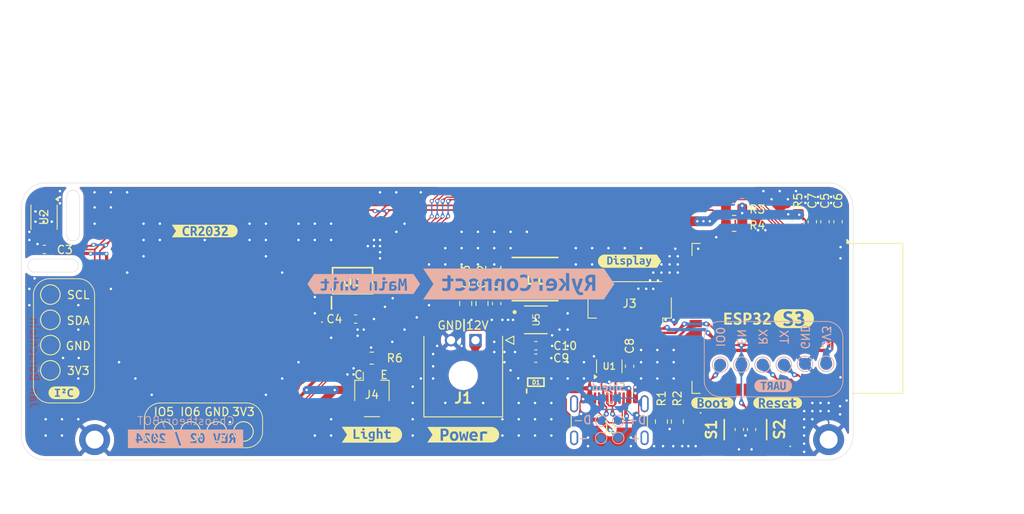
<source format=kicad_pcb>
(kicad_pcb (version 20240108) (generator "pcbnew") (generator_version "8.0")
  (title_block (date "2024-04-26") (rev "01") (comment 4 "AISLER Project ID: LFYMYMTI"))
  (layers (0 "F.Cu" signal) (31 "B.Cu" signal) (34 "B.Paste" user) (35 "F.Paste" user) (36 "B.SilkS" user "B.Silkscreen") (37 "F.SilkS" user "F.Silkscreen") (38 "B.Mask" user) (39 "F.Mask" user) (44 "Edge.Cuts" user))
  (net 0 "")
  (net 1 "GND")
  (net 2 "Net-(BT1-+)")
  (net 3 "+3.3V")
  (net 4 "/Power/5V USB IN")
  (net 6 "+12V")
  (net 7 "GPIO0")
  (net 8 "CHIP_PU")
  (net 9 "Net-(U5-SW)")
  (net 10 "Net-(U5-CB)")
  (net 11 "SDA{slash}SDIN{slash}MOSI")
  (net 12 "DC{slash}MISO")
  (net 13 "SCL{slash}SCLK{slash}SCK")
  (net 14 "CS1")
  (net 19 "CS2")
  (net 20 "/D+ Con")
  (net 21 "SCL")
  (net 22 "SDA")
  (net 23 "/D- Con")
  (net 24 "TX")
  (net 25 "RX")
  (net 26 "GPIO5")
  (net 27 "GPIO6")
  (net 37 "D-")
  (net 47 "D+")
  (net 53 "Net-(J2-SHIELD)")
  (net 55 "Net-(J2-CC1)")
  (net 57 "Net-(J2-CC2)")
  (net 58 "GPIO7")
  (net 60 "/Power/PWR IN")
  (footprint "Capacitor_SMD:C_0603_1608Metric_Pad1.08x0.95mm_HandSolder" (layer "F.Cu") (at 164.0561 93.2794 -90)
    (property "Reference" "C8")
    (property "Value" "100nF")
  )
  (footprint "SamacSys_Parts:435451019820" (layer "F.Cu") (at 174.2561 101.0544 90)
    (property "Reference" "S1")
    (property "Value" "BOOT" (hide yes))
  )
  (footprint "Capacitor_SMD:C_0603_1608Metric_Pad1.08x0.95mm_HandSolder" (layer "F.Cu") (at 92.2961 78.9394 180)
    (property "Reference" "C3")
    (property "Value" "1uF")
  )
  (footprint "Capacitor_SMD:C_0603_1608Metric_Pad1.08x0.95mm_HandSolder" (layer "F.Cu") (at 186.4561 75.5419 90)
    (property "Reference" "C7")
    (property "Value" "1uF")
  )
  (footprint "SamacSys_Parts:43650-02_00,01,02_" (layer "F.Cu") (at 145.1561 90.0794)
    (property "Reference" "J1")
    (property "Value" "12V Power In" (hide yes))
  )
  (footprint "SamacSys_Parts:BATHLD001" (layer "F.Cu") (at 111.8811 87.8544 180)
    (property "Reference" "BT1" (hide yes))
    (property "Value" "Battery_Cell" (hide yes))
  )
  (footprint "Ti LMR50410Y3FQDBVRQ1:DBV0006A-IPC_A" (layer "F.Cu") (at 152.5561 87.5794)
    (property "Reference" "U5")
    (property "Value" "LMR50410Y3FQDBVRQ1")
  )
  (footprint "SamacSys_Parts:435451019820" (layer "F.Cu") (at 182.2561 101.0544 -90)
    (property "Reference" "S2")
    (property "Value" "RST" (hide yes))
  )
  (footprint "Capacitor_SMD:C_0603_1608Metric_Pad1.08x0.95mm_HandSolder" (layer "F.Cu") (at 189.6061 75.5419 90)
    (property "Reference" "C6")
    (property "Value" "100nF")
  )
  (footprint "Resistor_SMD:R_0805_2012Metric_Pad1.20x1.40mm_HandSolder" (layer "F.Cu") (at 132.4311 92.2794 180)
    (property "Reference" "R6")
    (property "Value" "10K")
  )
  (footprint "Capacitor_SMD:C_0603_1608Metric_Pad1.08x0.95mm_HandSolder" (layer "F.Cu") (at 152.5561 92.2794)
    (property "Reference" "C9")
    (property "Value" "10uF")
  )
  (footprint "Connector_USB:USB_C_Receptacle_GCT_USB4105-xx-A_16P_TopMnt_Horizontal" (layer "F.Cu") (at 161.5661 100.9844)
    (property "Reference" "J2")
    (property "Value" "USB_C_Receptacle_USB2.0_16P")
  )
  (footprint "TestPoint:TestPoint_Pad_D2.0mm" (layer "F.Cu") (at 116.7061 101.2794 180)
    (property "Reference" "TP9" (hide yes))
    (property "Value" "3V3-Probe")
  )
  (footprint "Capacitor_SMD:C_0805_2012Metric_Pad1.18x1.45mm_HandSolder" (layer "F.Cu") (at 143.9561 85.5794 -90)
    (property "Reference" "C13")
    (property "Value" "10uF")
  )
  (footprint "MountingHole:MountingHole_2.2mm_M2_ISO14580_Pad_TopBottom" (layer "F.Cu") (at 188.4561 102.2794)
    (property "Reference" "H2" (hide yes))
    (property "Value" "MountingHole_Pad")
  )
  (footprint "TestPoint:TestPoint_Pad_D2.0mm" (layer "F.Cu") (at 113.4311 101.2794 -90)
    (property "Reference" "TP10" (hide yes))
    (property "Value" "GND-Probe")
  )
  (footprint "TestPoint:TestPoint_Pad_D2.0mm" (layer "F.Cu") (at 93.0311 87.5794 180)
    (property "Reference" "TP1" (hide yes))
    (property "Value" "I2C-SDA_Probe")
  )
  (footprint "TestPoint:TestPoint_Pad_D2.0mm" (layer "F.Cu") (at 93.0311 93.7794 180)
    (property "Reference" "TP3" (hide yes))
    (property "Value" "3V3-Probe")
  )
  (footprint "Capacitor_SMD:C_0603_1608Metric_Pad1.08x0.95mm_HandSolder" (layer "F.Cu") (at 152.5561 90.7544)
    (property "Reference" "C10")
    (property "Value" "100nF")
  )
  (footprint "TestPoint:TestPoint_Pad_D2.0mm" (layer "F.Cu") (at 93.0311 84.4794 180)
    (property "Reference" "TP2" (hide yes))
    (property "Value" "I2C-SCL_Probe")
  )
  (footprint "Capacitor_SMD:C_0603_1608Metric_Pad1.08x0.95mm_HandSolder" (layer "F.Cu") (at 147.7561 85.5794 -90)
    (property "Reference" "C11")
    (property "Value" "100nF")
  )
  (footprint "kibuzzard-6628064B" (layer "F.Cu") (at 132.4561 101.6794)
    (property "Reference" "kibuzzard-6628064B" (hide yes))
    (property "Value" "G***" (hide yes))
  )
  (footprint "Capacitor_SMD:C_0603_1608Metric_Pad1.08x0.95mm_HandSolder" (layer "F.Cu") (at 179.0061 101.0419 -90)
    (property "Reference" "C2" (hide yes))
    (property "Value" "100nF")
  )
  (footprint "SamacSys_Parts:INDPM5653X430N" (layer "F.Cu") (at 152.4561 82.5794 180)
    (property "Reference" "L1")
    (property "Value" "L" (hide yes))
  )
  (footprint "Capacitor_SMD:C_0603_1608Metric_Pad1.08x0.95mm_HandSolder" (layer "F.Cu") (at 177.5061 101.0419 -90)
    (property "Reference" "C1" (hide yes))
    (property "Value" "100nF")
  )
  (footprint "Connector_JST:JST_SH_SM02B-SRSS-TB_1x02-1MP_P1.00mm_Horizontal" (layer "F.Cu") (at 132.4561 96.7794)
    (property "Reference" "J4")
    (property "Value" "Ambient Light Connector")
  )
  (footprint "kibuzzard-66280634" (layer "F.Cu") (at 143.6561 101.6794)
    (property "Reference" "kibuzzard-66280634" (hide yes))
    (property "Value" "G***" (hide yes))
  )
  (footprint "kibuzzard-66282B71" (layer "F.Cu") (at 178.5161 87.4294)
    (property "Reference" "kibuzzard-66282B71" (hide yes))
    (property "Value" "G***" (hide yes))
  )
  (footprint "Package_SO:MSOP-8_3x3mm_P0.65mm" (layer "F.Cu") (at 92.2561 74.9794 -90)
    (property "Reference" "U2")
    (property "Value" "MCP9808_MSOP")
  )
  (footprint "Resistor_SMD:R_0805_2012Metric_Pad1.20x1.40mm_HandSolder" (layer "F.Cu") (at 176.8686 74.0294 180)
    (property "Reference" "R3")
    (property "Value" "5.1K")
  )
  (footprint "Capacitor_SMD:C_0805_2012Metric_Pad1.18x1.45mm_HandSolder" (layer "F.Cu") (at 145.9561 85.5794 -90)
    (property "Reference" "C12")
    (property "Value" "10uF")
  )
  (footprint "kibuzzard-66281340" (layer "F.Cu") (at 94.7061 96.5294)
    (property "Reference" "kibuzzard-66281340" (hide yes))
    (property "Value" "G***" (hide yes))
  )
  (footprint "kibuzzard-662805C3" (layer "F.Cu") (at 182.2061 97.7794)
    (property "Reference" "kibuzzard-662805C3" (hide yes))
    (property "Value" "G***" (hide yes))
  )
  (footprint "Resistor_SMD:R_0805_2012Metric_Pad1.20x1.40mm_HandSolder" (layer "F.Cu") (at 176.8686 75.9794 180)
    (property "Reference" "R4")
    (property "Value" "5.1K")
  )
  (footprint "kibuzzard-66296C5A" (layer "F.Cu") (at 184.1861 87.4294)
    (property "Reference" "kibuzzard-66296C5A" (hide yes))
    (property "Value" "G***" (hide yes))
  )
  (footprint "TestPoint:TestPoint_Pad_D2.0mm" (layer "F.Cu") (at 106.9561 101.2794 -90)
    (property "Reference" "TP11" (hide yes))
    (property "Value" "IO5_Probe")
  )
  (footprint "SamacSys_Parts:SOIC127P600X175-8N" (layer "F.Cu") (at 130.0811 82.7794 90)
    (property "Reference" "U3")
    (property "Value" "Analog Devices RTC DS3231MZ_V+T" (hide yes))
  )
  (footprint "Resistor_SMD:R_0805_2012Metric_Pad1.20x1.40mm_HandSolder" (layer "F.Cu") (at 169.9061 100.0669 -90)
    (property "Reference" "R2")
    (property "Value" "5.1K")
  )
  (footprint "kibuzzard-662805BB" (layer "F.Cu") (at 174.2061 97.7794)
    (property "Reference" "kibuzzard-662805BB" (hide yes))
    (property "Value" "G***" (hide yes))
  )
  (footprint "TestPoint:TestPoint_Pad_D2.0mm" (layer "F.Cu") (at 110.2061 101.2794 -90)
    (property "Reference" "TP12" (hide yes))
    (property "Value" "IO6_Probe")
  )
  (footprint "RF_Module:ESP32-S3-WROOM-1" (layer "F.Cu") (at 184.6561 87.4044 -90)
    (property "Reference" "U4" (hide yes))
    (property "Value" "ESP32-S3-WROOM-1")
  )
  (footprint "SamacSys_Parts:SOTFL65P210X75-5N" (layer "F.Cu") (at 152.5561 95.2294 90)
    (property "Reference" "D1")
    (property "Value" "Toshiba CVJ10F30" (hide yes))
  )
  (footprint "Package_TO_SOT_SMD:SOT-23-6" (layer "F.Cu") (at 161.5561 93.2794 90)
    (property "Reference" "U1")
    (property "Value" "USBLC6-2SC6")
  )
  (footprint "kibuzzard-6628065E" (layer "F.Cu") (at 111.9561 76.6794)
    (property "Reference" "kibuzzard-6628065E" (hide yes))
    (property "Value" "G***" (hide yes))
  )
  (footprint "Capacitor_SMD:C_0603_1608Metric_Pad1.08x0.95mm_HandSolder" (layer "F.Cu") (at 130.4561 87.4794)
    (property "Reference" "C4")
    (property "Value" "1uF")
  )
  (footprint "Capacitor_SMD:C_0603_1608Metric_Pad1.08x0.95mm_HandSolder" (layer "F.Cu") (at 188.0061 75.5419 90)
    (property "Reference" "C5")
    (property "Value" "10uF")
  )
  (footprint "kibuzzard-6628061E" (layer "F.Cu") (at 164.0561 80.3794)
    (property "Reference" "kibuzzard-6628061E" (hide yes))
    (property "Value" "G***" (hide yes))
  )
  (footprint "Connector_JST:JST_SH_SM08B-SRSS-TB_1x08-1MP_P1.00mm_Horizontal" (layer "F.Cu") (at 164.0561 85.5794 180)
    (property "Reference" "J3")
    (property "Value" "Display Connector")
  )
  (footprint "Resistor_SMD:R_0805_2012Metric_Pad1.20x1.40mm_HandSolder" (layer "F.Cu") (at 167.9561 100.0669 90)
    (property "Reference" "R1")
    (property "Value" "5.1K")
  )
  (footprint "TestPoint:TestPoint_Pad_D2.0mm" (layer "F.Cu") (at 93.0311 90.6794 180)
    (property "Reference" "TP4" (hide yes))
    (property "Value" "GND-Probe")
  )
  (footprint "Resistor_SMD:R_0805_2012Metric_Pad1.20x1.40mm_HandSolder" (layer "F.Cu") (at 184.7061 75.5794 -90)
    (property "Reference" "R5")
    (property "Value" "10K")
  )
  (footprint "TestPoint:TestPoint_Pad_D1.5mm" (layer "B.Cu") (at 185.5561 92.9794 90)
    (property "Reference" "TP14" (hide yes))
    (property "Value" "GND-Probe")
  )
  (footprint "TestPoint:TestPoint_Pad_D1.5mm" (layer "B.Cu") (at 175.1561 93.0794 90)
    (property "Reference" "TP18" (hide yes))
    (property "Value" "UART_IO0_Probe")
  )
  (footprint "kibuzzard-6647CFBD" (layer "B.Cu") (at 109.6061 102.1794 180)
    (property "Reference" "kibuzzard-6647CFBD" (hide yes))
    (property "Value" "G***" (hide yes))
  )
  (footprint "TestPoint:TestPoint_Pad_D1.0mm" (layer "B.Cu") (at 162.6561 99.9794 180)
    (property "Reference" "TP6" (hide yes))
    (property "Value" "USB-D+_Probe")
  )
  (footprint "TestPoint:TestPoint_Pad_D1.5mm" (layer "B.Cu") (at 188.1561 92.9794 90)
    (property "Reference" "TP13" (hide yes))
    (property "Value" "3V3-Probe")
  )
  (footprint "TestPoint:TestPoint_Pad_D1.0mm" (layer "B.Cu") (at 162.6561 102.0794 180)
    (property "Reference" "TP5" (hide yes))
    (property "Value" "USB-VBUS_Probe")
  )
  (footprint "kibuzzard-66281C1F" (layer "B.Cu") (at 181.6561 95.6794 180)
    (property "Reference" "kibuzzard-66281C1F" (hide yes))
    (property "Value" "G***" (hide yes))
  )
  (footprint "TestPoint:TestPoint_Pad_D1.5mm" (layer "B.Cu") (at 182.9561 93.0794 90)
    (property "Reference" "TP15" (hide yes))
    (property "Value" "UART_TX_Probe")
  )
  (footprint "TestPoint:TestPoint_Pad_D1.5mm" (layer "B.Cu") (at 177.7561 93.0794 90)
    (property "Reference" "TP17" (hide yes))
    (property "Value" "UART_EN_Probe")
  )
  (footprint "kibuzzard-66281DA5" (layer "B.Cu") (at 150.4561 83.1794 180)
    (property "Reference" "kibuzzard-66281DA5" (hide yes))
    (property "Value" "G***" (hide yes))
  )
  (footprint "TestPoint:TestPoint_Pad_D1.5mm" (layer "B.Cu") (at 180.3561 93.0794 90)
    (property "Reference" "TP16" (hide yes))
    (property "Value" "UART_RX_Probe")
  )
  (footprint "TestPoint:TestPoint_Pad_D1.0mm" (layer "B.Cu") (at 160.5561 99.9794 180)
    (property "Reference" "TP7" (hide yes))
    (property "Value" "USB-D-_Probe")
  )
  (footprint "TestPoint:TestPoint_Pad_D1.0mm" (layer "B.Cu") (at 160.5561 102.0794 180)
    (property "Reference" "TP8" (hide yes))
    (property "Value" "USB-GND_Probe")
  )
  (footprint "Resistor_SMD:R_0603_1608Metric_Pad0.98x0.95mm_HandSolder" (layer "B.Cu") (at 161.5811 97.1794)
    (property "Reference" "JP1" (hide yes))
    (property "Value" "SolderJumper_2_Open")
  )
  (footprint "kibuzzard-66281FA1" (layer "B.Cu") (at 131.4561 83.1794 180)
    (property "Reference" "kibuzzard-66281FA1" (hide yes))
    (property "Value" "G***" (hide yes))
  )
  (footprint "MountingHole:MountingHole_2.2mm_M2_ISO14580_Pad_TopBottom" (layer "B.Cu") (at 98.4561 102.2794 180)
    (property "Reference" "H1" (hide yes))
    (property "Value" "MountingHole_Pad" (hide yes))
  )
  (gr_line (start 111.8811 87.8544) (end 111.9561 77.8794) (stroke (width 0.2)) (layer "F.Cu") (net 1))
  (gr_line (start 173.2061 95.0294) (end 173.2061 89.7794) (stroke (width 0.1)) (layer "B.SilkS"))
  (gr_arc (start 173.2061 89.7794) (mid 173.791886 88.365186) (end 175.2061 87.7794) (stroke (width 0.1)) (layer "B.SilkS"))
  (gr_line (start 190.2061 89.7794) (end 190.2061 95.0294) (stroke (width 0.1)) (layer "B.SilkS"))
  (gr_arc (start 175.2061 97.0294) (mid 173.791886 96.443614) (end 173.2061 95.0294) (stroke (width 0.1)) (layer "B.SilkS"))
  (gr_arc (start 188.2061 87.7794) (mid 189.620314 88.365186) (end 190.2061 89.7794) (stroke (width 0.1)) (layer "B.SilkS"))
  (gr_line (start 188.2061 97.0294) (end 175.2061 97.0294) (stroke (width 0.1)) (layer "B.SilkS"))
  (gr_line (start 175.2061 87.7794) (end 188.2061 87.7794) (stroke (width 0.1)) (layer "B.SilkS"))
  (gr_arc (start 190.2061 95.0294) (mid 189.620314 96.443614) (end 188.2061 97.0294) (stroke (width 0.1)) (layer "B.SilkS"))
  (gr_arc (start 104.5561 99.7794) (mid 105.141886 98.365186) (end 106.5561 97.7794) (stroke (width 0.1)) (layer "F.SilkS"))
  (gr_line (start 117.0561 103.2794) (end 106.5561 103.2794) (stroke (width 0.1)) (layer "F.SilkS"))
  (gr_line (start 90.9561 95.7794) (end 90.9561 84.5294) (stroke (width 0.1)) (layer "F.SilkS"))
  (gr_line (start 96.4561 97.7794) (end 92.9561 97.7794) (stroke (width 0.1)) (layer "F.SilkS"))
  (gr_line (start 98.4561 84.5294) (end 98.4561 95.7794) (stroke (width 0.1)) (layer "F.SilkS"))
  (gr_line (start 106.5561 97.7794) (end 117.0561 97.7794) (stroke (width 0.1)) (layer "F.SilkS"))
  (gr_arc (start 90.9561 84.5294) (mid 91.541886 83.115186) (end 92.9561 82.5294) (stroke (width 0.1)) (layer "F.SilkS"))
  (gr_arc (start 119.0561 101.2794) (mid 118.470314 102.693614) (end 117.0561 103.2794) (stroke (width 0.1)) (layer "F.SilkS"))
  (gr_arc (start 98.4561 95.7794) (mid 97.870314 97.193614) (end 96.4561 97.7794) (stroke (width 0.1)) (layer "F.SilkS"))
  (gr_arc (start 106.5561 103.2794) (mid 105.141886 102.693614) (end 104.5561 101.2794) (stroke (width 0.1)) (layer "F.SilkS"))
  (gr_arc (start 117.0561 97.7794) (mid 118.470314 98.365186) (end 119.0561 99.7794) (stroke (width 0.1)) (layer "F.SilkS"))
  (gr_line (start 104.5561 101.2794) (end 104.5561 99.7794) (stroke (width 0.1)) (layer "F.SilkS"))
  (gr_arc (start 96.4561 82.5294) (mid 97.870314 83.115186) (end 98.4561 84.5294) (stroke (width 0.1)) (layer "F.SilkS"))
  (gr_line (start 119.0561 99.7794) (end 119.0561 101.2794) (stroke (width 0.1)) (layer "F.SilkS"))
  (gr_line (start 92.9561 82.5294) (end 96.4561 82.5294) (stroke (width 0.1)) (layer "F.SilkS"))
  (gr_line (start 143.7511 88.9344) (end 143.7511 87.5344) (stroke (width 0.2)) (layer "F.SilkS"))
  (gr_arc (start 92.9561 97.7794) (mid 91.541886 97.193614) (end 90.9561 95.7794) (stroke (width 0.1)) (layer "F.SilkS"))
  (gr_arc (start 89.4561 73.7794) (mid 90.33478 71.65808) (end 92.4561 70.7794) (stroke (width 0.05)) (layer "Edge.Cuts"))
  (gr_line (start 91.070415 80.123715) (end 95.670415 80.123715) (stroke (width 0.05)) (layer "Edge.Cuts"))
  (gr_line (start 96.6061 72.4794) (end 96.6061 77.0794) (stroke (width 0.05)) (layer "Edge.Cuts"))
  (gr_arc (start 95.670415 80.123715) (mid 96.2361 80.35803) (end 96.470415 80.923715) (stroke (width 0.05)) (layer "Edge.Cuts"))
  (gr_arc (start 191.4561 101.7794) (mid 190.57742 103.90072) (end 188.4561 104.7794) (stroke (width 0.05)) (layer "Edge.Cuts"))
  (gr_arc (start 96.470415 80.923715) (mid 96.2361 81.4894) (end 95.670415 81.723715) (stroke (width 0.05)) (layer "Edge.Cuts"))
  (gr_arc (start 95.0061 72.4794) (mid 95.240415 71.913715) (end 95.8061 71.6794) (stroke (width 0.05)) (layer "Edge.Cuts"))
  (gr_line (start 95.670415 81.723715) (end 91.070415 81.723715) (stroke (width 0.05)) (layer "Edge.Cuts"))
  (gr_arc (start 188.4561 70.7794) (mid 190.57742 71.65808) (end 191.4561 73.7794) (stroke (width 0.05)) (layer "Edge.Cuts"))
  (gr_line (start 191.4561 73.7794) (end 191.4561 101.7794) (stroke (width 0.05)) (layer "Edge.Cuts"))
  (gr_arc (start 95.8061 71.6794) (mid 96.371785 71.913715) (end 96.6061 72.4794) (stroke (width 0.05)) (layer "Edge.Cuts"))
  (gr_arc (start 90.270415 80.923715) (mid 90.50473 80.35803) (end 91.070415 80.123715) (stroke (width 0.05)) (layer "Edge.Cuts"))
  (gr_arc (start 92.4561 104.7794) (mid 90.33478 103.90072) (end 89.4561 101.7794) (stroke (width 0.05)) (layer "Edge.Cuts"))
  (gr_line (start 188.4561 104.7794) (end 92.4561 104.7794) (stroke (width 0.05)) (layer "Edge.Cuts"))
  (gr_arc (start 96.6061 77.0794) (mid 96.371785 77.645085) (end 95.8061 77.8794) (stroke (width 0.05)) (layer "Edge.Cuts"))
  (gr_arc (start 95.8061 77.8794) (mid 95.240415 77.645085) (end 95.0061 77.0794) (stroke (width 0.05)) (layer "Edge.Cuts"))
  (gr_line (start 95.0061 77.0794) (end 95.0061 72.4794) (stroke (width 0.05)) (layer "Edge.Cuts"))
  (gr_line (start 89.4561 101.7794) (end 89.4561 73.7794) (stroke (width 0.05)) (layer "Edge.Cuts"))
  (gr_line (start 92.4561 70.7794) (end 188.4561 70.7794) (stroke (width 0.05)) (layer "Edge.Cuts"))
  (gr_arc (start 91.070415 81.723715) (mid 90.50473 81.4894) (end 90.270415 80.923715) (stroke (width 0.05)) (layer "Edge.Cuts"))
  (gr_text "Jan Börschlein" (at 90.4561 98.5294 -90) (layer "B.Cu" knockout) (effects (font (size 1 1) (thickness 0.1)) (justify left bottom mirror)))
  (gr_text "3V3" (at 188.1561 89.6794 -90) (layer "B.SilkS") (effects (font (size 1 1)) (justify mirror)))
  (gr_text "+" (at 164.7561 102.0794 -0) (layer "B.SilkS") (effects (font (size 1 1)) (justify mirror)))
  (gr_text "TX" (at 182.9561 89.6794 -90) (layer "B.SilkS") (effects (font (size 1 1)) (justify mirror)))
  (gr_text "EN" (at 177.7561 89.6794 -90) (layer "B.SilkS") (effects (font (size 1 1)) (justify mirror)))
  (gr_text "GND" (at 185.5561 89.6794 -90) (layer "B.SilkS") (effects (font (size 1 1)) (justify mirror)))
  (gr_text "-" (at 158.3561 102.0794 -0) (layer "B.SilkS") (effects (font (size 1 1)) (justify mirror)))
  (gr_text "Shield" (at 163.654577 96.348899 0) (layer "B.SilkS") (effects (font (size 0.9 0.9) (thickness 0.15) (bold yes)) (justify left bottom mirror)))
  (gr_text "IO0" (at 175.1561 89.6794 -90) (layer "B.SilkS") (effects (font (size 1 1)) (justify mirror)))
  (gr_text "D-" (at 158.2561 99.8794 -0) (layer "B.SilkS") (effects (font (size 1 1)) (justify mirror)))
  (gr_text "RX" (at 180.3561 89.6794 -90) (layer "B.SilkS") (effects (font (size 1 1)) (justify mirror)))
  (gr_text "ChaostheoryBOT" (at 109.6561 99.9794 0) (layer "B.SilkS") (effects (font (size 1 1) (thickness 0.1)) (justify mirror)))
  (gr_text "D+" (at 164.9561 99.8794 -0) (layer "B.SilkS") (effects (font (size 1 1)) (justify mirror)))
  (gr_text "E" (at 133.9561 94.3294 0) (layer "F.SilkS") (effects (font (size 1 1))))
  (gr_text "3V3" (at 96.4561 93.8294 0) (layer "F.SilkS") (effects (font (size 1 1))))
  (gr_text "C" (at 130.8061 94.3294 0) (layer "F.SilkS") (effects (font (size 1 1))))
  (gr_text "GND" (at 142.0261 88.2594 0) (layer "F.SilkS") (effects (font (size 1 1))))
  (gr_text "3V3" (at 116.7061 98.8794 0) (layer "F.SilkS") (effects (font (size 1 1))))
  (gr_text "SDA" (at 96.4561 87.6794 0) (layer "F.SilkS") (effects (font (size 1 1))))
  (gr_text "IO5" (at 106.9561 98.8794 0) (layer "F.SilkS") (effects (font (size 1 1))))
  (gr_text "GND" (at 96.4561 90.7794 0) (layer "F.SilkS") (effects (font (size 1 1))))
  (gr_text "12V" (at 145.3761 88.2594 0) (layer "F.SilkS") (effects (font (size 1 1))))
  (gr_text "IO6" (at 110.2061 98.8794 0) (layer "F.SilkS") (effects (font (size 1 1))))
  (gr_text "SCL" (at 96.4561 84.5294 0) (layer "F.SilkS") (effects (font (size 1 1))))
  (gr_text "GND" (at 113.4561 98.8794 0) (layer "F.SilkS") (effects (font (size 1 1))))
  (segment (start 168.932694 78.852806) (end 172.46156 78.852806) (width 0.3) (layer "F.Cu") (net 1))
  (segment (start 172.8061 101.0794) (end 172.7811 101.0544) (width 0.2) (layer "F.Cu") (net 1))
  (segment (start 157.9711 98.994402) (end 157.9711 97.6994) (width 0.15) (layer "F.Cu") (net 1))
  (segment (start 159.6811 92.0544) (end 159.6811 90.8044) (width 0.3) (layer "F.Cu") (net 1))
  (segment (start 133.4181 80.0674) (end 133.4561 80.0294) (width 0.5) (layer "F.Cu") (net 1))
  (segment (start 161.9561 90.5794) (end 159.6061 88.2294) (width 0.3) (layer "F.Cu") (net 1))
  (segment (start 154.5311 89.5044) (end 154.5561 89.4794) (width 0.8) (layer "F.Cu") (net 1))
  (segment (start 154.5561 90.7794) (end 154.5311 90.7544) (width 0.8) (layer "F.Cu") (net 1))
  (segment (start 159.6811 90.8044) (end 157.9561 89.0794) (width 0.3) (layer "F.Cu") (net 1))
  (segment (start 161.2811 86.5044) (end 168.932694 78.852806) (width 0.3) (layer "F.Cu") (net 1))
  (segment (start 164.9561 99.2794) (end 164.9561 99.1794) (width 0.2) (layer "F.Cu") (net 1))
  (segment (start 129.4561 94.2794) (end 130.2061 93.5294) (width 0.3) (layer "F.Cu") (net 1))
  (segment (start 146.9186 87.5794) (end 145.9561 86.6169) (width 0.8) (layer "F.Cu") (net 1))
  (segment (start 91.9311 77.0919) (end 91.9311 75.8044) (width 0.5) (layer "F.Cu") (net 1))
  (segment (start 143.9561 86.8794) (end 143.9561 86.6169) (width 0.8) (layer "F.Cu") (net 1))
  (segment (start 190.6561 97.4794) (end 189.9061 96.7294) (width 0.2) (layer "F.Cu") (net 1))
  (segment (start 162.8561 91.1794) (end 162.2561 90.5794) (width 0.3) (layer "F.Cu") (net 1))
  (segment (start 145.9561 86.6169) (end 143.9561 86.6169) (width 1.2) (layer "F.Cu") (net 1))
  (segment (start 157.9711 97.6994) (end 158.0561 97.6144) (width 0.15) (layer "F.Cu") (net 1))
  (segment (start 189.9161 78.6544) (end 189.9061 78.6644) (width 0.2) (layer "F.Cu") (net 1))
  (segment (start 161.5561 94.4169) (end 161.5561 93.754401) (width 0.15) (layer "F.Cu") (net 1))
  (segment (start 154.5311 90.7544) (end 153.4186 90.7544) (width 0.8) (layer "F.Cu") (net 1))
  (segment (start 151.405617 87.5794) (end 149.7561 87.5794) (width 0.8) (layer "F.Cu") (net 1))
  (segment (start 91.9311 78.4419) (end 91.4336 78.9394) (width 0.5) (layer "F.Cu") (net 1))
  (segment (start 189.9161 78.6544) (end 190.6561 77.9144) (width 0.3) (layer "F.Cu") (net 1))
  (segment (start 131.9861 80.0674) (end 133.4181 80.0674) (width 0.5) (layer "F.Cu") (net 1))
  (segment (start 91.9311 77.0919) (end 92.5811 77.0919) (width 0.5) (layer "F.Cu") (net 1))
  (segment (start 161.5561 95.1794) (end 161.5561 94.4169) (width 0.15) (layer "F.Cu") (net 1))
  (segment (start 131.3186 87.4794) (end 132.7061 87.4794) (width 0.5) (layer "F.Cu") (net 1))
  (segment (start 92.5811 77.0919) (end 92.5811 75.9044) (width 0.5) (layer "F.Cu") (net 1))
  (segment (start 178.1311 101.9044) (end 177.5061 101.9044) (width 0.2) (layer "F.Cu") (net 1))
  (segment (start 153.4186 90.7544) (end 153.4186 92.2794) (width 0.8) (layer "F.Cu") (net 1))
  (segment (start 164.7661 95.8444) (end 164.7561 95.8544) (width 0.2) (layer "F.Cu") (net 1))
  (segment (start 190.6561 75.0794) (end 190.2561 74.6794) (width 0.3) (layer "F.Cu") (net 1))
  (segment (start 167.5561 87.5794) (end 168.4561 87.5794) (width 0.3) (layer "F.Cu") (net 1))
  (segment (start 173.4561 101.6794) (end 173.4561 103.1044) (width 0.2) (layer "F.Cu") (net 1))
  (segment (start 91.2811 77.0919) (end 91.2811 78.1044) (width 0.5) (layer "F.Cu") (net 1))
  (segment (start 91.2811 77.0919) (end 91.9311 77.0919) (width 0.5) (layer "F.Cu") (net 1))
  (segment (start 91.2811 72.8669) (end 91.2811 74.2044) (width 0.5) (layer "F.Cu") (net 1))
  (segment (start 183.0561 99.9294) (end 183.7311 100.6044) (width 0.2) (layer "F.Cu") (net 1))
  (segment (start 114.5811 100.1294) (end 113.4311 101.2794) (width 0.5) (layer "F.Cu") (net 1))
  (segment (start 159.1311 85.2044) (end 160.1811 85.2044) (width 0.3) (layer "F.Cu") (net 1))
  (segment (start 159.6061 86.9794) (end 160.0811 86.5044) (width 0.3) (layer "F.Cu") (net 1))
  (segment (start 169.8186 100.9794) (end 169.9061 101.0669) (width 0.2) (layer "F.Cu") (net 1))
  (segment (start 168.0436 100.9794) (end 167.9561 101.0669) (width 0.2) (layer "F.Cu") (net 1))
  (segment (start 173.7561 101.3794) (end 173.4561 101.6794) (width 0.2) (layer "F.Cu") (net 1))
  (segment (start 91.9311 77.0919) (end 91.9311 78.4419) (width 0.5) (layer "F.Cu") (net 1))
  (segment (start 91.2811 78.1044) (end 91.4561 78.2794) (width 0.5) (layer "F.Cu") (net 1))
  (segment (start 164.7561 96.4294) (end 164.7561 96.5794) (width 0.2) (layer "F.Cu") (net 1))
  (segment (start 174.108918 76.8794) (end 174.670008 77.44049) (width 0.3) (layer "F.Cu") (net 1))
  (segment (start 183.7311 100.6044) (end 183.7311 101.0544) (width 0.2) (layer "F.Cu") (net 1))
  (segment (start 165.1611 97.6994) (end 165.1611 98.9744) (width 0.15) (layer "F.Cu") (net 1))
  (segment (start 162.2561 90.5794) (end 161.9561 90.5794) (width 0.3) (layer "F.Cu") (net 1))
  (segment (start 161.806101 93.5044) (end 163.4186 93.5044) (width 0.15) (layer "F.Cu") (net 1))
  (segment (start 92.5811 75.9044) (end 92.2061 75.5294) (width 0.5) (layer "F.Cu") (net 1))
  (segment (start 149.1561 87.5794) (end 148.4561 87.5794) (width 0.8) (layer "F.Cu") (net 1))
  (segment (start 165.1611 98.9744) (end 165.1311 99.0044) (width 0.15) (layer "F.Cu") (net 1))
  (segment (start 158.104487 99.127789) (end 158.0561 99.079402) (width 0.2) (layer "F.Cu") (net 1))
  (segment (start 131.5186 92.2794) (end 131.5186 91.8169) (width 0.15) (layer "F.Cu") (net 1))
  (segment (start 149.7561 87.5794) (end 149.1561 87.5794) (width 0.8) (layer "F.Cu") (net 1))
  (segment (start 173.7561 101.3794) (end 173.4561 101.0794) (width 0.2) (layer "F.Cu") (net 1))
  (segment (start 91.4561 78.2794) (end 91.4561 78.9169) (width 0.5) (layer "F.Cu") (net 1))
  (segment (start 164.7661 94.8519) (end 164.7661 95.8444) (width 0.2) (layer "F.Cu") (net 1))
  (segment (start 173.4561 103.1044) (end 172.1811 103.1044) (width 0.2) (layer "F.Cu") (net 1))
  (segment (start 164.0561 94.1419) (end 164.7661 94.8519) (width 0.2) (layer "F.Cu") (net 1))
  (segment (start 157.9561 86.3794) (end 159.1311 85.2044) (width 0.3) (layer "F.Cu") (net 1))
  (segment (start 94.5861 92.2344) (end 93.0311 90.6794) (width 0.5) (layer "F.Cu") (net 1))
  (segment (start 164.2811 91.1794) (end 162.8561 91.1794) (width 0.3) (layer "F.Cu") (net 1))
  (segment (start 91.2811 78.7869) (end 91.4336 78.9394) (width 0.5) (layer "F.Cu") (net 1))
  (segment (start 91.2811 74.2044) (end 91.2061 74.2794) (width 0.5) (layer "F.Cu") (net 1))
  (segment (start 164.7661 95.8644) (end 164.7661 96.4194) (width 0.5) (layer "F.Cu") (net 1))
  (segment (start 168.9581 100.9794) (end 169.8186 100.9794) (width 0.2) (layer "F.Cu") (net 1))
  (segment (start 188.0061 74.6794) (end 189.6061 74.6794) (width 0.3) (layer "F.Cu") (net 1))
  (segment (start 164.7561 95.8544) (end 164.7661 95.8644) (width 0.2) (layer "F.Cu") (net 1))
  (segment (start 164.9311 91.8294) (end 164.2811 91.1794) (width 0.3) (layer "F.Cu") (net 1))
  (segment (start 164.0561 94.1419) (end 164.9311 93.2669) (width 0.3) (layer "F.Cu") (net 1))
  (segment (start 164.9561 99.1794) (end 165.1311 99.0044) (width 0.2) (layer "F.Cu") (net 1))
  (segment (start 91.2811 77.0919) (end 91.2811 75.6044) (width 0.5) (layer "F.Cu") (net 1))
  (segment (start 189.9061 96.7294) (end 189.9061 94.6294) (width 0.2) (layer "F.Cu") (net 1))
  (segment (start 153.4186 92.2794) (end 154.4561 92.2794) (width 0.8) (layer "F.Cu") (net 1))
  (segment (start 164.9311 93.2669) (end 164.9311 91.8294) (width 0.3) (layer "F.Cu") (net 1))
  (segment (start 172.1561 103.0794) (end 171.2561 103.0794) (width 0.2) (layer "F.Cu") (net 1))
  (segment (start 164.7561 96.4494) (end 164.7661 96.4394) (width 0.2) (layer "F.Cu") (net 1))
  (segment (start 178.3811 101.9044) (end 179.0061 101.9044) (width 0.2) (layer "F.Cu") (net 1))
  (segment (start 172.1811 103.1044) (end 172.1561 103.0794) (width 0.2) (layer "F.Cu") (net 1))
  (segment (start 163.4186 93.5044) (end 164.0561 94.1419) (width 0.2) (layer "F.Cu") (net 1))
  (segment (start 144.6561 87.5794) (end 143.9561 86.8794) (width 0.8) (layer "F.Cu") (net 1))
  (segment (start 131.5186 91.8169) (end 132.3561 90.9794) (width 0.15) (layer "F.Cu") (net 1))
  (segment (start 91.9311 75.8044) (end 92.2061 75.5294) (width 0.5) (layer "F.Cu") (net 1))
  (segment (start 178.2561 101.7794) (end 178.3811 101.9044) (width 0.2) (layer "F.Cu") (net 1))
  (segment (start 154.5311 90.7544) (end 154.5311 89.5044) (width 0.8) (layer "F.Cu") (net 1))
  (segment (start 115.0561 100.1294) (end 114.5811 100.1294) (width 0.5) (layer "F.Cu") (net 1))
  (segment (start 168.4561 87.5794) (end 169.4461 87.5794) (width 0.3) (layer "F.Cu") (net 1))
  (segment (start 160.0811 86.5044) (end 161.2811 86.5044) (width 0.3) (layer "F.Cu") (net 1))
  (segment (start 131.4311 92.2794) (end 131.4311 92.3044) (width 0.3) (layer "F.Cu") (net 1))
  (segment (start 91.2811 75.6044) (end 91.2061 75.5294) (width 0.5) (layer "F.Cu") (net 1))
  (segment (start 131.3186 87.4794) (end 131.3186 88.6419) (width 0.5) (layer "F.Cu") (net 1))
  (segment (start 190.6561 77.9144) (end 190.6561 75.0794) (width 0.3) (layer "F.Cu") (net 1))
  (segment (start 190.2561 74.6794) (end 189.6061 74.6794) (width 0.3) (layer "F.Cu") (net 1))
  (segment (start 165.1311 97.6694) (end 165.1611 97.6994) (width 0.15) (layer "F.Cu") (net 1))
  (segment (start 186.4561 74.6794) (end 188.0061 74.6794) (width 0.3) (layer "F.Cu") (net 1))
  (segment (start 159.6061 88.2294) (end 159.6061 86.9794) (width 0.3) (layer "F.Cu") (net 1))
  (segment (start 158.0561 99.079402) (end 157.9711 98.994402) (width 0.15) (layer "F.Cu") (net 1))
  (segment (start 147.1561 87.5794) (end 146.9186 87.5794) (width 0.8) (layer "F.Cu") (net 1))
  (segment (start 164.7661 96.4194) (end 164.7561 96.4294) (width 0.2) (layer "F.Cu") (net 1))
  (segment (start 183.0561 99.9294) (end 183.0561 99.0044) (width 0.2) (layer "F.Cu") (net 1))
  (segment (start 147.1561 87.5794) (end 144.6561 87.5794) (width 0.8) (layer "F.Cu") (net 1))
  (segment (start 178.2561 101.7794) (end 178.1311 101.9044) (width 0.2) (layer "F.Cu") (net 1))
  (segment (start 158.0561 97.6144) (end 158.3661 97.3044) (width 0.2) (layer "F.Cu") (net 1))
  (segment (start 131.4311 91.9044) (end 132.3561 90.9794) (width 0.3) (layer "F.Cu") (net 1))
  (segment (start 131.4311 92.3044) (end 130.2061 93.5294) (width 0.3) (layer "F.Cu") (net 1))
  (segment (start 131.3186 88.6419) (end 131.4561 88.7794) (width 0.5) (layer "F.Cu") (net 1))
  (segment (start 91.2811 77.0919) (end 91.2811 78.7869) (width 0.5) (layer "F.Cu") (net 1))
  (segment (start 131.9861 80.0674) (end 131.9861 78.5594) (width 0.5) (layer "F.Cu") (net 1))
  (segment (start 173.4561 101.0794) (end 172.8061 101.0794) (width 0.2) (layer "F.Cu") (net 1))
  (segment (start 164.7661 96.4394) (end 164.7661 97.3044) (width 0.5) (layer "F.Cu") (net 1))
  (segment (start 161.5561 93.754401) (end 161.806101 93.5044) (width 0.15) (layer "F.Cu") (net 1))
  (segment (start 148.4561 87.5794) (end 147.1561 87.5794) (width 0.8) (layer "F.Cu") (net 1))
  (segment (start 157.9561 89.0794) (end 157.9561 86.3794) (width 0.3) (layer "F.Cu") (net 1))
  (segment (start 164.7561 96.5794) (end 164.7561 96.4494) (width 0.2) (layer "F.Cu") (net 1))
  (segment (start 131.4311 92.2794) (end 131.4311 91.9044) (width 0.3) (layer "F.Cu") (net 1))
  (segment (start 189.9061 78.6644) (end 189.9061 80.0294) (width 0.2) (layer "F.Cu") (net 1))
  (segment (start 151.27955 87.5794) (end 152.5561 87.5794) (width 0.5) (layer "F.Cu") (net 1))
  (segment (start 131.9861 78.5594) (end 131.9561 78.5294) (width 0.5) (layer "F.Cu") (net 1))
  (segment (start 168.9581 100.9794) (end 168.0436 100.9794) (width 0.2) (layer "F.Cu") (net 1))
  (segment (start 130.2061 94.2794) (end 130.2061 93.5294) (width 0.3) (layer "F.Cu") (net 1))
  (segment (start 168.5061 76.8794) (end 174.108918 76.8794) (width 0.3) (layer "F.Cu") (net 1))
  (segment (start 130.2061 94.2794) (end 129.4561 94.2794) (width 0.3) (layer "F.Cu") (net 1))
  (segment (start 94.5861 92.2594) (end 94.5861 92.2344) (width 0.5) (layer "F.Cu") (net 1))
  (segment (start 91.4561 78.9169) (end 91.4336 78.9394) (width 0.5) (layer "F.Cu") (net 1))
  (segment (start 160.1811 85.2044) (end 168.5061 76.8794) (width 0.3) (layer "F.Cu") (net 1))
  (segment (start 164.7661 97.3044) (end 165.1311 97.6694) (width 0.2) (layer "F.Cu") (net 1))
  (via (at 134.9561 90.2794) (size 0.5) (drill 0.3) (layers "F.Cu" "B.Cu") (net 1))
  (via (at 164.2061 102.0294) (size 0.5) (drill 0.3) (layers "F.Cu" "B.Cu") (net 1))
  (via (at 134.0561 85.9794) (size 0.5) (drill 0.3) (layers "F.Cu" "B.Cu") (net 1))
  (via (at 138.4561 94.7794) (size 0.5) (drill 0.3) (layers "F.Cu" "B.Cu") (net 1))
  (via (at 125.4561 77.7794) (size 0.5) (drill 0.3) (layers "F.Cu" "B.Cu") (net 1))
  (via (at 159.6811 92.0544) (size 0.6) (drill 0.3) (layers "F.Cu" "B.Cu") (net 1))
  (via (at 172.46156 78.852806) (size 0.6) (drill 0.3) (layers "F.Cu" "B.Cu") (net 1))
  (via (at 167.5261 82.7494) (size 0.5) (drill 0.3) (layers "F.Cu" "B.Cu") (net 1))
  (via (at 148.4561 99.7794) (size 0.5) (drill 0.3) (layers "F.Cu" "B.Cu") (net 1))
  (via (at 132.7061 77.7794) (size 0.5) (drill 0.3) (layers "F.Cu" "B.Cu") (net 1))
  (via (at 133.4561 79.2794) (size 0.5) (drill 0.3) (layers "F.Cu" "B.Cu") (net 1))
  (via (at 154.4561 99.7794) (size 0.5) (drill 0.3) (layers "F.Cu" "B.Cu") (net 1))
  (via (at 147.4561 91.5294) (size 0.5) (drill 0.3) (layers "F.Cu" "B.Cu") (net 1))
  (via (at 123.4561 92.7794) (size 0.5) (drill 0.3) (layers "F.Cu" "B.Cu") (net 1))
  (via (at 159.4561 80.7794) (size 0.5) (drill 0.3) (layers "F.Cu" "B.Cu") (net 1))
  (via (at 127.4561 101.7794) (size 0.5) (drill 0.3) (layers "F.Cu" "B.Cu") (net 1))
  (via (at 158.104487 99.127789) (size 0.6) (drill 0.3) (layers "F.Cu" "B.Cu") (net 1))
  (via (at 135.4461 71.9294) (size 0.5) (drill 0.3) (layers "F.Cu" "B.Cu") (net 1))
  (via (at 104.4561 79.7794) (size 0.5) (drill 0.3) (layers "F.Cu" "B.Cu") (net 1))
  (via (at 189.9061 80.0294) (size 0.6) (drill 0.3) (layers "F.Cu" "B.Cu") (net 1))
  (via (at 156.4561 88.7794) (size 0.5) (drill 0.3) (layers "F.Cu" "B.Cu") (net 1))
  (via (at 123.4561 75.7794) (size 0.5) (drill 0.3) (layers "F.Cu" "B.Cu") (net 1))
  (via (at 149.4561 76.7794) (size 0.5) (drill 0.3) (layers "F.Cu" "B.Cu") (net 1))
  (via (at 106.4561 77.7794) (size 0.5) (drill 0.3) (layers "F.Cu" "B.Cu") (net 1))
  (via (at 100.4561 73.7794) (size 0.5) (drill 0.3) (layers "F.Cu" "B.Cu") (net 1))
  (via (at 164.2061 103.0794) (size 0.5) (drill 0.3) (layers "F.Cu" "B.Cu") (net 1))
  (via (at 141.4561 80.7794) (size 0.5) (drill 0.3) (layers "F.Cu" "B.Cu") (net 1))
  (via (at 180.7061 76.5794) (size 0.5) (drill 0.3) (layers "F.Cu" "B.Cu") (net 1))
  (via (at 172.1561 103.0794) (size 0.5) (drill 0.3) (layers "F.Cu" "B.Cu") (net 1))
  (via (at 150.4561 99.7794) (size 0.5) (drill 0.3) (layers "F.Cu" "B.Cu") (net 1))
  (via (at 167.4561 94.7794) (size 0.5) (drill 0.3) (layers "F.Cu" "B.Cu") (net 1))
  (via (at 106.4561 75.7794) (size 0.5) (drill 0.3) (layers "F.Cu" "B.Cu") (net 1))
  (via (at 137.4561 95.7794) (size 0.5) (drill 0.3) (layers "F.Cu" "B.Cu") (net 1))
  (via (at 185.4561 98.7794) (size 0.5) (drill 0.3) (layers "F.Cu" "B.Cu") (net 1))
  (via (at 159.4561 78.7794) (size 0.5) (drill 0.3) (layers "F.Cu" "B.Cu") (net 1))
  (via (at 100.4561 83.7794) (size 0.5) (drill 0.3) (layers "F.Cu" "B.Cu") (net 1))
  (via (at 94.2061 71.7794) (size 0.5) (drill 0.3) (layers "F.Cu" "B.Cu") (net 1))
  (via (at 94.5861 92.2594) (size 0.5) (drill 0.3) (layers "F.Cu" "B.Cu") (net 1))
  (via (at 101.4561 92.7794) (size 0.5) (drill 0.3) (layers "F.Cu" "B.Cu") (net 1))
  (via (at 165.4561 92.7794) (size 0.5) (drill 0.3) (layers "F.Cu" "B.Cu") (net 1))
  (via (at 154.5561 89.4794) (size 0.6) (drill 0.3) (layers "F.Cu" "B.Cu") (net 1))
  (via (at 125.4561 101.7794) (size 0.5) (drill 0.3) (layers "F.Cu" "B.Cu") (net 1))
  (via (at 138.4461 71.9294) (size 0.5) (drill 0.3) (layers "F.Cu" "B.Cu") (net 1))
  (via (at 137.9561 87.2794) (size 0.5) (drill 0.3) (layers "F.Cu" "B.Cu") (net 1))
  (via (at 189.9161 78.6544) (size 0.6) (drill 0.3) (layers "F.Cu" "B.Cu") (net 1))
  (via (at 133.4561 80.0294) (size 0.5) (drill 0.3) (layers "F.Cu" "B.Cu") (net 1))
  (via (at 130.7061 88.7794) (size 0.5) (drill 0.3) (layers "F.Cu" "B.Cu") (net 1))
  (via (at 157.4561 78.7794) (size 0.5) (drill 0.3) (layers "F.Cu" "B.Cu") (net 1))
  (via (at 165.4561 94.7794) (size 0.5) (drill 0.3) (layers "F.Cu" "B.Cu") (net 1))
  (via (at 151.4561 76.7794) (size 0.5) (drill 0.3) (layers "F.Cu" "B.Cu") (net 1))
  (via (at 91.0961 82.4994) (size 0.5) (drill 0.3) (layers "F.Cu" "B.Cu") (net 1))
  (via (at 156.4561 90.7794) (size 0.5) (drill 0.3) (layers "F.Cu" "B.Cu") (net 1))
  (via (at 168.9581 100.9794) (size 0.6) (drill 0.3) (layers "F.Cu" "B.Cu") (net 1))
  (via (at 94.4561 99.7794) (size 0.5) (drill 0.3) (layers "F.Cu" "B.Cu") (net 1))
  (via (at 129.4561 94.2794) (size 0.5) (drill 0.3) (layers "F.Cu" "B.Cu") (net 1))
  (via (at 148.4561 101.7794) (size 0.5) (drill 0.3) (layers "F.Cu" "B.Cu") (net 1))
  (via (at 96.4561 88.7794) (size 0.5) (drill 0.3) (layers "F.Cu" "B.Cu") (net 1))
  (via (at 141.4561 97.7694) (size 0.5) (drill 0.3) (layers "F.Cu" "B.Cu") (net 1))
  (via (at 94.2061 72.5294) (size 0.5) (drill 0.3) (layers "F.Cu" "B.Cu") (net 1))
  (via (at 169.4561 91.2794) (size 0.5) (drill 0.3) (layers "F.Cu" "B.Cu") (net 1))
  (via (at 158.4561 94.7794) (size 0.5) (drill 0.3) (layers "F.Cu" "B.Cu") (net 1))
  (via (at 143.4561 80.7794) (size 0.5) (drill 0.3) (layers "F.Cu" "B.Cu") (net 1))
  (via (at 188.4561 97.7794) (size 0.5) (drill 0.3) (layers "F.Cu" "B.Cu") (net 1))
  (via (at 178.2561 101.7794) (size 0.6) (drill 0.3) (layers "F.Cu" "B.Cu") (net 1))
  (via (at 133.4461 71.9294) (size 0.5) (drill 0.3) (layers "F.Cu" "B.Cu") (net 1))
  (via (at 152.4561 101.7794) (size 0.5) (drill 0.3) (layers "F.Cu" "B.Cu") (net 1))
  (via (at 181.4561 72.7794) (size 0.5) (drill 0.3) (layers "F.Cu" "B.Cu") (net 1))
  (via (at 131.9561 78.5294) (size 0.5) (drill 0.3) (layers "F.Cu" "B.Cu") (net 1))
  (via (at 127.4561 99.7794) (size 0.5) (drill 0.3) (layers "F.Cu" "B.Cu") (net 1))
  (via (at 132.7061 87.4794) (size 0.5) (drill 0.3) (layers "F.Cu" "B.Cu") (net 1))
  (via (at 166.9561 81.7794) (size 0.5) (drill 0.3) (layers "F.Cu" "B.Cu") (net 1))
  (via (at 168.4561 87.5794) (size 0.6) (drill 0.3) (layers "F.Cu" "B.Cu") (net 1))
  (via (at 90.4561 85.7794) (size 0.5) (drill 0.3) (layers "F.Cu" "B.Cu") (net 1))
  (via (at 148.7061 92.7794) (size 0.5) (drill 0.3) (layers "F.Cu" "B.Cu") (net 1))
  (via (at 127.4561 75.7794) (size 0.5) (drill 0.3) (layers "F.Cu" "B.Cu") (net 1))
  (via (at 125.4561 75.7794) (size 0.5) (drill 0.3) (layers "F.Cu" "B.Cu") (net 1))
  (via (at 102.4461 71.9294) (size 0.5) (drill 0.3) (layers "F.Cu" "B.Cu") (net 1))
  (via (at 137.4561 101.7794) (size 0.5) (drill 0.3) (layers "F.Cu" "B.Cu") (net 1))
  (via (at 165.4561 78.7794) (size 0.5) (drill 0.3) (layers "F.Cu" "B.Cu") (net 1))
  (via (at 183.4561 72.7794) (size 0.5) (drill 0.3) (layers "F.Cu" "B.Cu") (net 1))
  (via (at 149.4561 78.7794) (size 0.5) (drill 0.3) (layers "F.Cu" "B.Cu") (net 1))
  (via (at 125.4561 86.7794) (size 0.5) (drill 0.3) (layers "F.Cu" "B.Cu") (net 1))
  (via (at 189.8561 99.1794) (size 0.5) (drill 0.3) (layers "F.Cu" "B.Cu") (net 1))
  (via (at 139.4561 80.7794) (size 0.5) (drill 0.3) (layers "F.Cu" "B.Cu") (net 1))
  (via (at 127.4561 89.7794) (size 0.5) (drill 0.3) (layers "F.Cu" "B.Cu") (net 1))
  (via (at 137.4561 97.7794) (size 0.5) (drill 0.3) (layers "F.Cu" "B.Cu") (net 1))
  (via (at 154.4561 101.7794) (size 0.5) (drill 0.3) (layers "F.Cu" "B.Cu") (net 1))
  (via (at 96.5061 92.2594) (size 0.5) (drill 0.3) (layers "F.Cu" "B.Cu") (net 1))
  (via (at 188.4561 98.7794) (size 0.5) (drill 0.3) (layers "F.Cu" "B.Cu") (net 1))
  (via (at 169.4561 94.7794) (size 0.5) (drill 0.3) (layers "F.Cu" "B.Cu") (net 1))
  (via (at 158.9561 103.0794) (size 0.5) (drill 0.3) (layers "F.Cu" "B.Cu") (net 1))
  (via (at 185.4561 102.7794) (size 0.5) (drill 0.3) (layers "F.Cu" "B.Cu") (net 1))
  (via (at 164.9561 99.2794) (size 0.6) (drill 0.3) (layers "F.Cu" "B.Cu") (net 1))
  (via (at 157.4561 80.7794) (size 0.5) (drill 0.3) (layers "F.Cu" "B.Cu") (net 1))
  (via (at 179.8061 76.5794) (size 0.5) (drill 0.3) (layers "F.Cu" "B.Cu") (net 1))
  (via (at 185.4561 103.7794) (size 0.5) (drill 0.3) (layers "F.Cu" "B.Cu") (net 1))
  (via (at 121.4561 81.7794) (size 0.5) (drill 0.3) (layers "F.Cu" "B.Cu") (net 1))
  (via (at 103.4561 94.7794) (size 0.5) (drill 0.3) (layers "F.Cu" "B.Cu") (net 1))
  (via (at 161.5561 95.1794) (size 0.6) (drill 0.3) (layers "F.Cu" "B.Cu") (net 1))
  (via (at 164.7561 95.8544) (size 0.5) (drill 0.3) (layers "F.Cu" "B.Cu") (net 1))
  (via (at 186.4561 98.7794) (size 0.5) (drill 0.3) (layers "F.Cu" "B.Cu") (net 1))
  (via (at 147.4561 90.2794) (size 0.5) (drill 0.3) (layers "F.Cu" "B.Cu") (net 1))
  (via (at 119.4561 96.7794) (size 0.5) (drill 0.3) (layers "F.Cu" "B.Cu") (net 1))
  (via (at 189.8561 98.1794) (size 0.5) (drill 0.3) (layers "F.Cu" "B.Cu") (net 1))
  (via (at 156.4561 92.7794) (size 0.5) (drill 0.3) (layers "F.Cu" "B.Cu") (net 1))
  (via (at 186.4561 99.7794) (size 0.5) (drill 0.3) (layers "F.Cu" "B.Cu") (net 1))
  (via (at 146.0961 97.7894) (size 0.5) (drill 0.3) (layers "F.Cu" "B.Cu") (net 1))
  (via (at 135.0061 84.9294) (size 0.5) (drill 0.3) (layers "F.Cu" "B.Cu") (net 1))
  (via (at 187.1561 73.2294) (size 0.5) (drill 0.3) (layers "F.Cu" "B.Cu") (net 1))
  (via (at 105.4561 96.7794) (size 0.5) (drill 0.3) (layers "F.Cu" "B.Cu") (net 1))
  (via (at 102.4561 81.7794) (size 0.5) (drill 0.3) (layers "F.Cu" "B.Cu") (net 1))
  (via (at 150.4561 101.7794) (size 0.5) (drill 0.3) (layers "F.Cu" "B.Cu") (net 1))
  (via (at 133.4561 78.5294) (size 0.5) (drill 0.3) (layers "F.Cu" "B.Cu") (net 1))
  (via (at 187.4561 97.7794) (size 0.5) (drill 0.3) (layers "F.Cu" "B.Cu") (net 1))
  (via (at 119.4561 79.7794) (size 0.5) (drill 0.3) (layers "F.Cu" "B.Cu") (net 1))
  (via (at 93.2061 75.5294) (size 0.5) (drill 0.3) (layers "F.Cu" "B.Cu") (net 1))
  (via (at 154.4561 94.7794) (size 0.5) (drill 0.3) (layers "F.Cu" "B.Cu") (net 1))
  (via (at 92.2061 74.7794) (size 0.5) (drill 0.3) (layers "F.Cu" "B.Cu") (net 1))
  (via (at 185.4561 101.7794) (size 0.5) (drill 0.3) (layers "F.Cu" "B.Cu") (net 1))
  (via (at 119.4561 77.7794) (size 0.5) (drill 0.3) (layers "F.Cu" "B.Cu") (net 1))
  (via (at 98.4461 71.9294) (size 0.5) (drill 0.3) (layers "F.Cu" "B.Cu") (net 1))
  (via (at 94.2061 73.2794) (size 0.5) (drill 0.3) (layers "F.Cu" "B.Cu") (net 1))
  (via (at 171.2561 103.0794) (size 0.5) (drill 0.3) (layers "F.Cu" "B.Cu") (net 1))
  (via (at 139.4561 85.7794) (size 0.5) (drill 0.3) (layers "F.Cu" "B.Cu") (net 1))
  (via (at 179.0061 103.4794) (size 0.5) (drill 0.3) (layers "F.Cu" "B.Cu") (net 1))
  (via (at 166.9561 83.7794) (size 0.5) (drill 0.3) (layers "F.Cu" "B.Cu") (net 1))
  (via (at 136.4561 75.7794) (size 0.5) (drill 0.3) (layers "F.Cu" "B.Cu") (net 1))
  (via (at 145.4561 80.7794) (size 0.5) (drill 0.3) (layers "F.Cu" "B.Cu") (net 1))
  (via (at 173.7561 101.3794) (size 0.6) (drill 0.3) (layers "F.Cu" "B.Cu") (net 1))
  (via (at 117.4561 75.7794) (size 0.5) (drill 0.3) (layers "F.Cu" "B.Cu") (net 1))
  (via (at 164.7561 96.5794) (size 0.5) (drill 0.3) (layers "F.Cu" "B.Cu") (net 1))
  (via (at 147.4561 76.7794) (size 0.5) (drill 0.3) (layers "F.Cu" "B.Cu") (net 1))
  (via (at 188.7561 73.2294) (size 0.5) (drill 0.3) (layers "F.Cu" "B.Cu") (net 1))
  (via (at 187.1561 72.4794) (size 0.5) (drill 0.3) (layers "F.Cu" "B.Cu") (net 1))
  (via (at 147.4561 78.7794) (size 0.5) (drill 0.3) (layers "F.Cu" "B.Cu") (net 1))
  (via (at 169.9561 79.7794) (size 0.5) (drill 0.3) (layers "F.Cu" "B.Cu") (net 1))
  (via (at 149.7561 87.5794) (size 0.6) (drill 0.3) (layers "F.Cu" "B.Cu") (net 1))
  (via (at 96.4561 94.7794) (size 0.5) (drill 0.3) (layers "F.Cu" "B.Cu") (net 1))
  (via (at 136.4561 88.7794) (size 0.5) (drill 0.3) (layers "F.Cu" "B.Cu") (net 1))
  (via (at 127.4561 77.7794) (size 0.5) (drill 0.3) (layers "F.Cu" "B.Cu") (net 1))
  (via (at 98.4561 75.7794) (size 0.5) (drill 0.3) (layers "F.Cu" "B.Cu") (net 1))
  (via (at 121.4561 94.7794) (size 0.5) (drill 0.3) (layers "F.Cu" "B.Cu") (net 1))
  (via (at 137.4561 99.7794) (size 0.5) (drill 0.3) (layers "F.Cu" "B.Cu") (net 1))
  (via (at 140.4561 90.7794) (size 0.5) (drill 0.3) (layers "F.Cu" "B.Cu") (net 1))
  (via (at 145.4561 76.7794) (size 0.5) (drill 0.3) (layers "F.Cu" "B.Cu") (net 1))
  (via (at 166.5561 82.7294) (size 0.5) (drill 0.3) (layers "F.Cu" "B.Cu") (net 1))
  (via (at 161.4561 78.7794) (size 0.5) (drill 0.3) (layers "F.Cu" "B.Cu") (net 1))
  (via (at 117.4561 77.7794) (size 0.5) (drill 0.3) (layers "F.Cu" "B.Cu") (net 1))
  (via (at 145.4561 78.7794) (size 0.5) (drill 0.3) (layers "F.Cu" "B.Cu") (net 1))
  (via (at 154.4561 97.7794) (size 0.5) (drill 0.3) (layers "F.Cu" "B.Cu") (net 1))
  (via (at 169.6561 78.852806) (size 0.5) (drill 0.3) (layers "F.Cu" "B.Cu") (net 1))
  (via (at 131.4561 88.7794) (size 0.5) (drill 0.3) (layers "F.Cu" "B.Cu") (net 1))
  (via (at 94.4561 101.7794) (size 0.5) (drill 0.3) (layers "F.Cu" "B.Cu") (net 1))
  (via (at 139.9561 91.7794) (size 0.5) (drill 0.3) (layers "F.Cu" "B.Cu") (net 1))
  (via (at 144.6561 87.5794) (size 0.5) (drill 0.3) (layers "F.Cu" "B.Cu") (net 1))
  (via (at 133.4561 77.7794) (size 0.5) (drill 0.3) (layers "F.Cu" "B.Cu") (net 1))
  (via (at 167.4561 91.2794) (size 0.5) (drill 0.3) (layers "F.Cu" "B.Cu") (net 1))
  (via (at 150.4561 97.7794) (size 0.5) (drill 0.3) (layers "F.Cu" "B.Cu") (net 1))
  (via (at 141.4561 78.7794) (size 0.5) (drill 0.3) (layers "F.Cu" "B.Cu") (net 1))
  (via (at 115.0561 100.1294) (size 0.5) (drill 0.3) (layers "F.Cu" "B.Cu") (net 1))
  (via (at 96.4561 85.7794) (size 0.5) (drill 0.3) (layers "F.Cu" "B.Cu") (net 1))
  (via (at 185.6061 72.4794) (size 0.5) (drill 0.3) (layers "F.Cu" "B.Cu") (net 1))
  (via (at 169.4461 87.5794) (size 0.6) (drill 0.3) (layers "F.Cu" "B.Cu") (net 1))
  (via (at 123.4561 77.7794) (size 0.5) (drill 0.3) (layers "F.Cu" "B.Cu") (net 1))
  (via (at 98.4561 73.7794) (size 0.5) (drill 0.3) (layers "F.Cu" "B.Cu") (net 1))
  (via (at 143.4561 90.7794) (size 0.5) (drill 0.3) (layers "F.Cu" "B.Cu") (net 1))
  (via (at 139.9561 94.7794) (size 0.5) (drill 0.3) (layers "F.Cu" "B.Cu") (net 1))
  (via (at 91.2061 75.5294) (size 0.5) (drill 0.3) (layers "F.Cu" "B.Cu") (net 1))
  (via (at 132.3561 90.9794) (size 0.5) (drill 0.3) (layers "F.Cu" "B.Cu") (net 1))
  (via (at 188.7561 72.4794) (size 0.5) (drill 0.3) (layers "F.Cu" "B.Cu") (net 1))
  (via (at 92.4561 99.7794) (size 0.5) (drill 0.3) (layers "F.Cu" "B.Cu") (net 1))
  (via (at 135.4561 76.7794) (size 0.5) (drill 0.3) (layers "F.Cu" "B.Cu") (net 1))
  (via (at 169.9561 81.7794) (size 0.5) (drill 0.3) (layers "F.Cu" "B.Cu") (net 1))
  (via (at 184.4561 71.7794) (size 0.5) (drill 0.3) (layers "F.Cu" "B.Cu") (net 1))
  (via (at 165.4561 91.2794) (size 0.5) (drill 0.3) (layers "F.Cu" "B.Cu") (net 1))
  (via (at 156.4561 86.7794) (size 0.5) (drill 0.3) (layers "F.Cu" "B.Cu") (net 1))
  (via (at 147.4561 80.7794) (size 0.5) (drill 0.3) (layers "F.Cu" "B.Cu") (net 1))
  (via (at 130.7061 89.5294) (size 0.5) (drill 0.3) (layers "F.Cu" "B.Cu") (net 1))
  (via (at 148.7061 91.5294) (size 0.5) (drill 0.3) (layers "F.Cu" "B.Cu") (net 1))
  (via (at 158.9561 102.0294) (size 0.5) (drill 0.3) (layers "F.Cu" "B.Cu") (net 1))
  (via (at 143.4561 78.7794) (size 0.5) (drill 0.3) (layers "F.Cu" "B.Cu") (net 1))
  (via (at 156.4561 94.7794) (size 0.5) (drill 0.3) (layers "F.Cu" "B.Cu") (net 1))
  (via (at 167.0561 103.0794) (size 0.5) (drill 0.3) (layers "F.Cu" "B.Cu") (net 1))
  (via (at 167.4561 92.7794) (size 0.5) (drill 0.3) (layers "F.Cu" "B.Cu") (net 1))
  (via (at 100.4461 71.9294) (size 0.5) (drill 0.3) (layers "F.Cu" "B.Cu") (net 1))
  (via (at 167.9561 80.7794) (size 0.5) (drill 0.3) (layers "F.Cu" "B.Cu") (net 1))
  (via (at 91.2061 74.2794) (size 0.5) (drill 0.3) (layers "F.Cu" "B.Cu") (net 1))
  (via (at 190.6561 97.4794) (size 0.6) (drill 0.3) (layers "F.Cu" "B.Cu") (net 1))
  (via (at 189.9061 94.6294) (size 0.6) (drill 0.3) (layers "F.Cu" "B.Cu") (net 1))
  (via (at 185.6061 73.2294) (size 0.5) (drill 0.3) (layers "F.Cu" "B.Cu") (net 1))
  (via (at 91.4561 78.2794) (size 0.5) (drill 0.3) (layers "F.Cu" "B.Cu") (net 1))
  (via (at 185.4561 100.7794) (size 0.5) (drill 0.3) (layers "F.Cu" "B.Cu") (net 1))
  (via (at 130.2061 94.2794) (size 0.5) (drill 0.3) (layers "F.Cu" "B.Cu") (net 1))
  (via (at 125.4561 84.7794) (size 0.5) (drill 0.3) (layers "F.Cu" "B.Cu") (net 1))
  (via (at 152.4561 99.7794) (size 0.5) (drill 0.3) (layers "F.Cu" "B.Cu") (net 1))
  (via (at 111.9561 77.7794) (size 0.5) (drill 0.3) (layers "F.Cu" "B.Cu") (net 1))
  (via (at 130.2061 93.5294) (size 0.5) (drill 0.3) (layers "F.Cu" "B.Cu") (net 1))
  (via (at 149.4561 93.7794) (size 0.5) (drill 0.3) (layers "F.Cu" "B.Cu") (net 1))
  (via (at 174.670008 77.44049) (size 0.6) (drill 0.3) (layers "F.Cu" "B.Cu") (net 1))
  (via (at 180.4561 71.7794) (size 0.5) (drill 0.3) (layers "F.Cu" "B.Cu") (net 1))
  (via (at 150.3961 94.7494) (size 0.5) (drill 0.3) (layers "F.Cu" "B.Cu") (net 1))
  (via (at 168.9561 79.7794) (size 0.5) (drill 0.3) (layers "F.Cu" "B.Cu") (net 1))
  (via (at 132.7061 78.5294) (size 0.5) (drill 0.3) (layers "F.Cu" "B.Cu") (net 1))
  (via (at 186.4561 97.7794) (size 0.5) (drill 0.3) (layers "F.Cu" "B.Cu") (net 1))
  (via (at 165.1261 83.7594) (size 0.5) (drill 0.3) (layers "F.Cu" "B.Cu") (net 1))
  (via (at 163.4561 78.7794) (size 0.5) (drill 0.3) (layers "F.Cu" "B.Cu") (net 1))
  (via (at 152.5561 87.5794) (size 0.5) (drill 0.3) (layers "F.Cu" "B.Cu") (net 1))
  (via (at 187.4561 98.7794) (size 0.5) (drill 0.3) (layers "F.Cu" "B.Cu") (net 1))
  (via (at 139.9561 93.2794) (size 0.5) (drill 0.3) (layers "F.Cu" "B.Cu") (net 1))
  (via (at 104.4561 75.7794) (size 0.5) (drill 0.3) (layers "F.Cu" "B.Cu") (net 1))
  (via (at 182.4561 71.7794) (size 0.5) (drill 0.3) (layers "F.Cu" "B.Cu") (net 1))
  (via (at 167.9561 81.7794) (size 0.5) (drill 0.3) (layers "F.Cu" "B.Cu") (net 1))
  (via (at 168.9561 80.7794) (size 0.5) (drill 0.3) (layers "F.Cu" "B.Cu") (net 1))
  (via (at 92.4561 101.7794) (size 0.5) (drill 0.3) (layers "F.Cu" "B.Cu") (net 1))
  (via (at 183.0561 99.9294) (size 0.6) (drill 0.3) (layers "F.Cu" "B.Cu") (net 1))
  (via (at 154.5561 90.7794) (size 0.6) (drill 0.3) (layers "F.Cu" "B.Cu") (net 1))
  (via (at 143.4561 76.7794) (size 0.5) (drill 0.3) (layers "F.Cu" "B.Cu") (net 1))
  (via (at 158.3661 97.3044) (size 0.6) (drill 0.3) (layers "F.Cu" "B.Cu") (net 1))
  (via (at 185.4561 99.7794) (size 0.5) (drill 0.3) (layers "F.Cu" "B.Cu") (net 1))
  (via (at 158.4561 92.7794) (size 0.5) (drill 0.3) (layers "F.Cu" "B.Cu") (net 1))
  (via (at 96.4561 99.7794) (size 0.5) (drill 0.3) (layers "F.Cu" "B.Cu") (net 1))
  (via (at 90.4561 76.7794) (size 0.5) (drill 0.3) (layers "F.Cu" "B.Cu") (net 1))
  (via (at 150.0061 91.5294) (size 0.5) (drill 0.3) (layers "F.Cu" "B.Cu") (net 1))
  (via (at 148.4561 87.5794) (size 0.6) (drill 0.3) (layers "F.Cu" "B.Cu") (net 1))
  (via (at 177.4561 103.4794) (size 0.5) (drill 0.3) (layers "F.Cu" "B.Cu") (net 1))
  (via (at 169.9561 80.7794) (size 0.5) (drill 0.3) (layers "F.Cu" "B.Cu") (net 1))
  (via (at 152.4561 97.7794) (size 0.5) (drill 0.3) (layers "F.Cu" "B.Cu") (net 1))
  (via (at 168.9561 81.7794) (size 0.5) (drill 0.3) (layers "F.Cu" "B.Cu") (net 1))
  (via (at 119.4561 75.7794) (size 0.5) (drill 0.3) (layers "F.Cu" "B.Cu") (net 1))
  (via (at 166.0861 83.7694) (size 0.5) (drill 0.3) (layers "F.Cu" "B.Cu") (net 1))
  (via (at 149.1561 87.5794) (size 0.6) (drill 0.3) (layers "F.Cu" "B.Cu") (net 1))
  (via (at 92.2061 75.5294) (size 0.5) (drill 0.3) (layers "F.Cu" "B.Cu") (net 1))
  (via (at 168.1561 103.0794) (size 0.5) (drill 0.3) (layers "F.Cu" "B.Cu") (net 1))
  (via (at 90.4561 83.7794) (size 0.5) (drill 0.3) (layers "F.Cu" "B.Cu") (net 1))
  (via (at 169.4061 103.0794) (size 0.5) (drill 0.3) (layers "F.Cu" "B.Cu") (net 1))
  (via (at 169.4561 92.7794) (size 0.5) (drill 0.3) (layers "F.Cu" "B.Cu") (net 1))
  (via (at 147.1561 87.5794) (size 0.6) (drill 0.3) (layers "F.Cu" "B.Cu") (net 1))
  (via (at 155.4561 88.7794) (size 0.5) (drill 0.3) (layers "F.Cu" "B.Cu") (net 1))
  (via (at 170.5061 103.0794) (size 0.5) (drill 0.3) (layers "F.Cu" "B.Cu") (net 1))
  (via (at 90.4561 77.7794) (size 0.5) (drill 0.3) (layers "F.Cu" "B.Cu") (net 1))
  (via (at 104.4561 77.7794) (size 0.5) (drill 0.3) (layers "F.Cu" "B.Cu") (net 1))
  (via (at 154.4561 92.2794) (size 0.6) (drill 0.3) (layers "F.Cu" "B.Cu") (net 1))
  (segment (start 159.6811 94.6044) (end 159.6811 92.0544) (width 0.3) (layer "B.Cu") (net 1))
  (segment (start 98.6661 92.2594) (end 102.1461 88.7794) (width 0.5) (layer "B.Cu") (net 1))
  (segment (start 189.8561 94.6794) (end 187.2561 94.6794) (width 0.2) (layer "B.Cu") (net 1))
  (segment (start 159.5561 98.0794) (end 158.7811 97.3044) (width 0.2) (layer "B.Cu") (net 1))
  (segment (start 187.4561 99.0294) (end 187.4561 98.7794) (width 0.2) (layer "B.Cu") (net 1))
  (segment (start 102.1461 88.7794) (end 126.4061 88.7794) (width 0.5) (layer "B.Cu") (net 1))
  (segment (start 168.9581 100.9794) (end 170.9561 100.9794) (width 0.2) (layer "B.Cu") (net 1))
  (segment (start 159.8561 98.5794) (end 160.8561 98.5794) (width 0.2) (layer "B.Cu") (net 1))
  (segment (start 160.2561 95.1794) (end 159.6811 94.6044) (width 0.3) (layer "B.Cu") (net 1))
  (segment (start 168.4561 87.5794) (end 168.7561 87.2794) (width 0.3) (layer "B.Cu") (net 1))
  (segment (start 132.7061 87.4794) (end 132.7061 87.3294) (width 0.5) (layer "B.Cu") (net 1))
  (segment (start 159.5561 98.8794) (end 159.5061 98.9294) (width 0.2) (layer "B.Cu") (net 1))
  (segment (start 163.6611 98.5794) (end 160.8561 98.5794) (width 0.15) (layer "B.Cu") (net 1))
  (segment (start 160.6686 97.1794) (end 160.8561 97.3669) (width 0.2) (layer "B.Cu") (net 1))
  (segment (start 180.7061 76.5794) (end 187.8411 76.5794) (width 0.3) (layer "B.Cu") (net 1))
  (segment (start 187.2561 94.6794) (end 185.5561 92.9794) (width 0.2) (layer "B.Cu") (net 1))
  (segment (start 161.5561 95.1794) (end 160.2561 95.1794) (width 0.3) (layer "B.Cu") (net 1))
  (segment (start 115.0561 100.1294) (end 126.4061 88.7794) (width 0.5) (layer "B.Cu") (net 1))
  (segment (start 189.9061 80.0294) (end 189.9061 94.6294) (width 0.2) (layer "B.Cu") (net 1))
  (segment (start 170.9561 100.9794) (end 171.6561 101.6794) (width 0.2) (layer "B.Cu") (net 1))
  (segment (start 132.7061 87.3294) (end 134.0561 85.9794) (width 0.5) (layer "B.Cu") (net 1))
  (segment (start 189.8561 98.1794) (end 188.8561 98.1794) (width 0.2) (layer "B.Cu") (net 1))
  (segment (start 188.8561 98.1794) (end 188.4561 97.7794) (width 0.2) (layer "B.Cu") (net 1))
  (segment (start 169.4461 87.3094) (end 169.4761 87.2794) (width 0.15) (layer "B.Cu") (net 1))
  (segment (start 185.4561 98.7794) (end 185.7061 99.0294) (width 0.2) (layer "B.Cu") (net 1))
  (segment (start 178.2061 101.7294) (end 178.2561 101.7794) (width 0.2) (layer "B.Cu") (net 1))
  (segment (start 168.7561 87.2794) (end 169.1561 87.2794) (width 0.3) (layer "B.Cu") (net 1))
  (segment (start 160.5561 102.0794) (end 159.0561 100.5794) (width 0.3) (layer "B.Cu") (net 1))
  (segment (start 186.7061 99.0294) (end 187.4561 99.0294) (width 0.2) (layer "B.Cu") (net 1))
  (segment (start 156.7311 92.0544) (end 154.6811 92.0544) (width 0.3) (layer "B.Cu") (net 1))
  (segment (start 168.9581 100.9794) (end 166.6561 100.9794) (width 0.2) (layer "B.Cu") (net 1))
  (segment (start 174.670008 78.290492) (end 174.670008 77.44049) (width 0.3) (layer "B.Cu") (net 1))
  (segment (start 186.2061 99.0294) (end 186.4561 98.7794) (width 0.2) (layer "B.Cu") (net 1))
  (segment (start 159.5561 98.3794) (end 159.5561 98.0794) (width 0.2) (layer "B.Cu") (net 1))
  (segment (start 186.4561 98.7794) (end 186.7061 99.0294) (width 0.2) (layer "B.Cu") (net 1))
  (segment (start 173.4561 101.6794) (end 173.7561 101.3794) (width 0.2) (layer "B.Cu") (net 1))
  (segment (start 143.0561 85.9794) (end 134.0561 85.9794) (width 0.5) (layer "B.Cu") (net 1))
  (segment (start 172.46156 78.852806) (end 174.107694 78.852806) (width 0.3) (layer "B.Cu") (net 1))
  (segment (start 159.5061 98.9294) (end 159.8561 98.5794) (width 0.2) (layer "B.Cu") (net 1))
  (segment (start 96.5061 92.2594) (end 94.5861 92.2594) (width 0.5) (layer "B.Cu") (net 1))
  (segment (start 160.8561 97.3669) (end 160.8561 98.5794) (width 0.2) (layer "B.Cu") (net 1))
  (segment (start 159.0561 99.3794) (end 159.5061 98.9294) (width 0.2) (layer "B.Cu") (net 1))
  (segment (start 158.0011 99.0344) (end 158.094489 99.127789) (width 0.2) (layer "B.Cu") (net 1))
  (segment (start 133.4561 85.3794) (end 134.0561 85.9794) (width 0.5) (layer "B.Cu") (net 1))
  (segment (start 141.2561 90.9794) (end 142.1561 90.0794) (width 0.15) (layer "B.Cu") (net 1))
  (segment (start 169.1561 87.2794) (end 169.4761 87.2794) (width 0.3) (layer "B.Cu") (net 1))
  (segment (start 173.7561 101.3794) (end 174.1061 101.7294) (width 0.2) (layer "B.Cu") (net 1))
  (segment (start 181.1561 101.7294) (end 178.3061 101.7294) (width 0.2) (layer "B.Cu") (net 1))
  (segment (start 182.9561 99.9294) (end 181.1561 101.7294) (width 0.2) (layer "B.Cu") (net 1))
  (segment (start 169.4761 87.2794) (end 179.8561 87.2794) (width 0.3) (layer "B.Cu") (net 1))
  (segment (start 144.6561 87.5794) (end 143.0561 85.9794) (width 0.5) (layer "B.Cu") (net 1))
  (segment (start 154.5561 89.0794) (end 154.5561 89.6794) (width 1.2) (layer "B.Cu") (net 1))
  (segment (start 178.3061 101.7294) (end 178.2561 101.7794) (width 0.2) (layer "B.Cu") (net 1))
  (segment (start 183.0561 99.9294) (end 183.9561 99.0294) (width 0.2) (layer "B.Cu") (net 1))
  (segment (start 190.6561 97.4794) (end 190.5561 97.4794) (width 0.2) (layer "B.Cu") (net 1))
  (segment (start 152.5561 87.5794) (end 152.5561 90.3794) (width 1.2) (layer "B.Cu") (net 1))
  (segment (start 190.5561 97.4794) (end 189.8561 98.1794) (width 0.2) (layer "B.Cu") (net 1))
  (segment (start 180.7061 76.5794) (end 179.8061 76.5794) (width 0.3) (layer "B.Cu") (net 1))
  (segment (start 159.5561 98.3794) (end 159.5561 98.8794) (width 0.2) (layer "B.Cu") (net 1))
  (segment (start 174.107694 78.852806) (end 174.670008 78.290492) (width 0.3) (layer "B.Cu") (net 1))
  (segment (start 96.5061 92.2594) (end 98.6661 92.2594) (width 0.5) (layer "B.Cu") (net 1))
  (segment (start 159.3561 99.0794) (end 159.5561 98.8794) (width 0.2) (layer "B.Cu") (net 1))
  (segment (start 126.4061 88.7794) (end 131.4561 88.7794) (width 0.5) (layer "B.Cu") (net 1))
  (segment (start 158.104487 99.127789) (end 158.356098 99.3794) (width 0.2) (layer "B.Cu") (net 1))
  (segment (start 154.5561 90.7794) (end 155.8311 92.0544) (width 0.3) (layer "B.Cu") (net 1))
  (segment (start 188.4561 100.0294) (end 187.4561 99.0294) (width 0.2) (layer "B.Cu") (net 1))
  (segment (start 175.531098 76.5794) (end 174.670008 77.44049) (width 0.3) (layer "B.Cu") (net 1))
  (segment (start 174.1061 101.7294) (end 178.2061 101.7294) (width 0.2) (layer "B.Cu") (net 1))
  (segment (start 144.6561 87.5794) (end 149.7561 87.5794) (width 1.2) (layer "B.Cu") (net 1))
  (segment (start 183.9561 99.0294) (end 185.2061 99.0294) (width 0.2) (layer "B.Cu") (net 1))
  (segment (start 133.4561 80.0294) (end 133.4561 85.3794) (width 0.5) (layer "B.Cu") (net 1))
  (segment (start 164.3611 99.2794) (end 163.6611 98.5794) (width 0.15) (layer "B.Cu") (net 1))
  (segment (start 169.4461 87.5794) (end 169.4461 87.3094) (width 0.15) (layer "B.Cu") (net 1))
  (segment (start 187.8411 76.5794) (end 189.9161 78.6544) (width 0.3) (layer "B.Cu") (net 1))
  (segment (start 183.0561 99.9294) (end 182.9561 99.9294) (width 0.2) (layer "B.Cu") (net 1))
  (segment (start 159.6811 92.0544) (end 156.7311 92.0544) (width 0.3) (layer "B.Cu") (net 1))
  (segment (start 187.4561 98.7794) (end 188.4561 97.7794) (width 0.2) (layer "B.Cu") (net 1))
  (segment (start 171.6561 101.6794) (end 173.4561 101.6794) (width 0.2) (layer "B.Cu") (net 1))
  (segment (start 185.7061 99.0294) (end 186.2061 99.0294) (width 0.2) (layer "B.Cu") (net 1))
  (segment (start 152.5561 87.5794) (end 153.0561 87.5794) (width 0.8) (layer "B.Cu") (net 1))
  (segment (start 154.6811 92.0544) (end 154.4561 92.2794) (width 0.3) (layer "B.Cu") (net 1))
  (segment (start 164.9561 99.2794) (end 164.3611 99.2794) (width 0.15) (layer "B.Cu") (net 1))
  (segment (start 153.0561 87.5794) (end 154.5561 89.0794) (width 1.2) (layer "B.Cu") (net 1))
  (segment (start 159.0561 100.5794) (end 159.0561 99.3794) (width 0.3) (layer "B.Cu") (net 1))
  (segment (start 158.094489 99.127789) (end 158.104487 99.127789) (width 0.2) (layer "B.Cu") (net 1))
  (segment (start 188.4561 102.2794) (end 188.4561 100.0294) (width 0.2) (layer "B.Cu") (net 1))
  (segment (start 154.5561 89.6794) (end 154.5561 90.7794) (width 1.2) (layer "B.Cu") (net 1))
  (segment (start 179.8561 87.2794) (end 185.5561 92.9794) (width 0.3) (layer "B.Cu") (net 1))
  (segment (start 158.356098 99.3794) (end 159.0561 99.3794) (width 0.2) (layer "B.Cu") (net 1))
  (segment (start 152.5561 90.3794) (end 154.4561 92.2794) (width 1.2) (layer "B.Cu") (net 1))
  (segment (start 132.3561 90.9794) (end 141.2561 90.9794) (width 0.15) (layer "B.Cu") (net 1))
  (segment (start 143.0186 89.2169) (end 142.1561 90.0794) (width 1.2) (layer "B.Cu") (net 1))
  (segment (start 189.9061 94.6294) (end 189.8561 94.6794) (width 0.2) (layer "B.Cu") (net 1))
  (segment (start 158.7811 97.3044) (end 158.3661 97.3044) (width 0.2) (layer "B.Cu") (net 1))
  (segment (start 179.8061 76.5794) (end 175.531098 76.5794) (width 0.3) (layer "B.Cu") (net 1))
  (segment (start 153.6561 91.4794) (end 154.4561 92.2794) (width 1) (layer "B.Cu") (net 1))
  (segment (start 143.0186 89.2169) (end 144.6561 87.5794) (width 1.2) (layer "B.Cu") (net 1))
  (segment (start 158.356098 99.3794) (end 158.6561 99.3794) (width 0.2) (layer "B.Cu") (net 1))
  (segment (start 185.2061 99.0294) (end 185.4561 98.7794) (width 0.2) (layer "B.Cu") (net 1))
  (segment (start 155.8311 92.0544) (end 156.7311 92.0544) (width 0.3) (layer "B.Cu") (net 1))
  (segment (start 149.7561 87.5794) (end 152.5561 87.5794) (width 1.2) (layer "B.Cu") (net 1))
  (segment (start 166.6561 100.9794) (end 164.9561 99.2794) (width 0.2) (layer "B.Cu") (net 1))
  (segment (start 129.2311 82.9544) (end 130.7161 81.4694) (width 0.5) (layer "F.Cu") (net 2))
  (segment (start 123.3561 88.7794) (end 123.3561 84.8294) (width 0.4) (layer "F.Cu") (net 2))
  (segment (start 125.2311 82.9544) (end 129.2311 82.9544) (width 0.5) (layer "F.Cu") (net 2))
  (segment (start 123.3561 84.8294) (end 125.2311 82.9544) (width 0.5) (layer "F.Cu") (net 2))
  (segment (start 130.7161 81.4694) (end 130.7161 80.0674) (width 0.5) (layer "F.Cu") (net 2))
  (segment (start 189.6061 76.4044) (end 189.6061 77.1294) (width 0.5) (layer "F.Cu") (net 3))
  (segment (start 143.656101 88.529401) (end 141.62485 86.49815) (width 0.8) (layer "F.Cu") (net 3))
  (segment (start 172.3561 75.4794) (end 173.8561 75.4794) (width 1.2) (layer "F.Cu") (net 3))
  (segment (start 122.7561 101.2794) (end 116.7061 101.2794) (width 1) (layer "F.Cu") (net 3))
  (segment (start 129.5936 85.6389) (end 129.4461 85.4914) (width 0.4) (layer "F.Cu") (net 3))
  (segment (start 93.642915 79.423715) (end 93.1586 78.9394) (width 0.4) (layer "F.Cu") (net 3))
  (segment (start 151.305618 88.529401) (end 143.656101 88.529401) (width 0.8) (layer "F.Cu") (net 3))
  (segment (start 188.6061 91.1294) (end 188.6461 91.0894) (width 0.2) (layer "F.Cu") (net 3))
  (segment (start 143.2311 84.5419) (end 143.9561 84.5419) (width 1) (layer "F.Cu") (net 3))
  (segment (start 132.4611 96.2044) (end 131.9561 95.6994) (width 1) (layer "F.Cu") (net 3))
  (segment (start 129.5936 87.4794) (end 129.5936 85.6389) (width 0.4) (layer "F.Cu") (net 3))
  (segment (start 141.62485 86.49815) (end 141.27485 86.49815) (width 0.8) (layer "F.Cu") (net 3))
  (segment (start 177.8561 74.4794) (end 177.8686 74.4919) (width 1.2) (layer "F.Cu") (net 3))
  (segment (start 188.6461 91.0894) (end 188.6461 78.6544) (width 0.8) (layer "F.Cu") (net 3))
  (segment (start 98.6461 93.7694) (end 98.6561 93.7794) (width 0.4) (layer "F.Cu") (net 3))
  (segment (start 127.9061 96.1794) (end 127.8961 96.1894) (width 1) (layer "F.Cu") (net 3))
  (segment (start 177.8686 74.4919) (end 177.8686 75.9794) (width 1.2) (layer "F.Cu") (net 3))
  (segment (start 93.2561 77.1169) (end 93.2311 77.0919) (width 0.4) (layer "F.Cu") (net 3))
  (segment (start 127.8561 96.1794) (end 122.7561 101.2794) (width 1) (layer "F.Cu") (net 3))
  (segment (start 188.4061 91.3294) (end 188.4561 91.2794) (width 0.4) (layer "F.Cu") (net 3))
  (segment (start 184.8061 74.6294) (end 184.8561 74.6794) (width 0.5) (layer "F.Cu") (net 3))
  (segment (start 124.4561 96.1894) (end 122.1611 98.4844) (width 0.4) (layer "F.Cu") (net 3))
  (segment (start 157.2561 75.4794) (end 172.3561 75.4794) (width 1.2) (layer "F.Cu") (net 3))
  (segment (start 134.8011 96.2044) (end 137.1561 93.8494) (width 1) (layer "F.Cu") (net 3))
  (segment (start 99.8961 79.4694) (end 99.9261 79.4994) (width 0.4) (layer "F.Cu") (net 3))
  (segment (start 131.9561 95.6994) (end 131.9561 94.7794) (width 1) (layer "F.Cu") (net 3))
  (segment (start 137.1561 93.8494) (end 137.1561 90.6169) (width 1) (layer "F.Cu") (net 3))
  (segment (start 132.4361 96.1794) (end 127.9061 96.1794) (width 1) (layer "F.Cu") (net 3))
  (segment (start 93.1586 78.9394) (end 93.2561 78.8419) (width 0.4) (layer "F.Cu") (net 3))
  (segment (start 188.4561 91.2794) (end 188.6061 91.1294) (width 0.3) (layer "F.Cu") (net 3))
  (segment (start 184.8561 74.6794) (end 185.7186 75.5419) (width 0.35) (layer "F.Cu") (net 3))
  (segment (start 97.9661 79.4494) (end 97.940415 79.423715) (width 0.4) (layer "F.Cu") (net 3))
  (segment (start 145.9561 84.5419) (end 145.797458 84.5419) (width 1.2) (layer "F.Cu") (net 3))
  (segment (start 189.6061 77.1294) (end 188.6461 78.0894) (width 0.5) (layer "F.Cu") (net 3))
  (segment (start 132.4611 96.2044) (end 132.4361 96.1794) (width 1) (layer "F.Cu") (net 3))
  (segment (start 147.9186 82.5794) (end 150.1561 82.5794) (width 1.2) (layer "F.Cu") (net 3))
  (segment (start 175.8061 91.3294) (end 188.4061 91.3294) (width 0.4) (layer "F.Cu") (net 3))
  (segment (start 168.5061 88.6544) (end 166.856101 88.6544) (width 0.3) (layer "F.Cu") (net 3))
  (segment (start 124.4561 96.0294) (end 129.5936 90.8919) (width 0.4) (layer "F.Cu") (net 3))
  (segment (start 129.5936 90.8919) (end 129.5936 87.4794) (width 0.4) (layer "F.Cu") (net 3))
  (segment (start 188.0061 76.4044) (end 189.6061 76.4044) (width 0.5) (layer "F.Cu") (net 3))
  (segment (start 145.797458 84.5419) (end 143.93888 84.5419) (width 1) (layer "F.Cu") (net 3))
  (segment (start 97.940415 79.423715) (end 93.642915 79.423715) (width 0.4) (layer "F.Cu") (net 3))
  (segment (start 127.8961 96.1894) (end 127.8861 96.1794) (width 1) (layer "F.Cu") (net 3))
  (segment (start 124.4561 96.1894) (end 124.4561 96.0294) (width 0.4) (layer "F.Cu") (net 3))
  (segment (start 122.1611 98.4844) (end 103.3611 98.4844) (width 0.4) (layer "F.Cu") (net 3))
  (segment (start 103.3611 98.4844) (end 98.6561 93.7794) (width 0.4) (layer "F.Cu") (net 3))
  (segment (start 99.9261 79.4994) (end 99.9261 81.7894) (width 0.4) (layer "F.Cu") (net 3))
  (segment (start 99.9261 81.7894) (end 98.6461 83.0694) (width 0.4) (layer "F.Cu") (net 3))
  (segment (start 188.6461 78.0894) (end 188.6461 78.6544) (width 0.5) (layer "F.Cu") (net 3))
  (segment (start 127.8861 96.1794) (end 127.8561 96.1794) (width 1) (layer "F.Cu") (net 3))
  (segment (start 183.5061 74.6294) (end 184.8061 74.6294) (width 0.5) (layer "F.Cu") (net 3))
  (segment (start 98.6461 83.0694) (end 98.6461 93.7694) (width 0.4) (layer "F.Cu") (net 3))
  (segment (start 93.2561 78.8419) (end 93.2561 77.1169) (width 0.4) (layer "F.Cu") (net 3))
  (segment (start 185.7186 75.5419) (end 187.1436 75.5419) (width 0.35) (layer "F.Cu") (net 3))
  (segment (start 188.6561 78.6444) (end 188.6461 78.6544) (width 0.2) (layer "F.Cu") (net 3))
  (segment (start 187.1436 75.5419) (end 188.0061 76.4044) (width 0.35) (layer "F.Cu") (net 3))
  (segment (start 137.1561 90.6169) (end 141.27485 86.49815) (width 1) (layer "F.Cu") (net 3))
  (segment (start 168.6561 88.5044) (end 168.5061 88.6544) (width 0.3) (layer "F.Cu") (net 3))
  (segment (start 166.856101 88.6544) (end 166.5561 88.354399) (width 0.3) (layer "F.Cu") (net 3))
  (segment (start 132.4611 96.2044) (end 134.8011 96.2044) (width 1) (layer "F.Cu") (net 3))
  (segment (start 98.6561 93.7794) (end 93.0311 93.7794) (width 0.4) (layer "F.Cu") (net 3))
  (segment (start 166.5561 88.354399) (end 166.5561 87.5794) (width 0.3) (layer "F.Cu") (net 3))
  (segment (start 173.6561 89.1794) (end 175.8061 91.3294) (width 0.4) (layer "F.Cu") (net 3))
  (segment (start 141.27485 86.49815) (end 143.2311 84.5419) (width 1) (layer "F.Cu") (net 3))
  (segment (start 157.2561 75.4794) (end 150.1561 82.5794) (width 1.2) (layer "F.Cu") (net 3))
  (segment (start 145.9561 84.5419) (end 147.9186 82.5794) (width 1.2) (layer "F.Cu") (net 3))
  (via (at 97.9661 79.4494) (size 0.5) (drill 0.3) (layers "F.Cu" "B.Cu") (net 3))
  (via (at 173.1061 75.4794) (size 0.6) (drill 0.3) (layers "F.Cu" "B.Cu") (net 3))
  (via (at 173.6561 89.1794) (size 0.6) (drill 0.3) (layers "F.Cu" "B.Cu") (net 3))
  (via (at 184.8561 74.6794) (size 0.5) (drill 0.3) (layers "F.Cu" "B.Cu") (net 3))
  (via (at 183.5061 74.6294) (size 0.5) (drill 0.3) (layers "F.Cu" "B.Cu") (net 3))
  (via (at 188.6061 91.1294) (size 0.6) (drill 0.3) (layers "F.Cu" "B.Cu") (net 3))
  (via (at 172.3561 75.4794) (size 0.6) (drill 0.3) (layers "F.Cu" "B.Cu") (net 3))
  (via (at 124.4561 96.1894) (size 0.8) (drill 0.3) (layers "F.Cu" "B.Cu") (net 3))
  (via (at 99.8961 79.4694) (size 0.5) (drill 0.3) (layers "F.Cu" "B.Cu") (net 3))
  (via (at 168.6561 88.5044) (size 0.6) (drill 0.3) (layers "F.Cu" "B.Cu") (net 3))
  (via (at 173.8811 75.4794) (size 0.6) (drill 0.3) (layers "F.Cu" "B.Cu") (net 3))
  (via (at 127.8961 96.1894) (size 0.8) (drill 0.3) (layers "F.Cu" "B.Cu") (net 3))
  (via (at 177.8561 73.5794) (size 0.5) (drill 0.3) (layers "F.Cu" "B.Cu") (net 3))
  (via (at 177.8561 74.4794) (size 0.5) (drill 0.3) (layers "F.Cu" "B.Cu") (net 3))
  (segment (start 188.1561 92.9794) (end 188.1561 91.5794) (width 0.8) (layer "B.Cu") (net 3))
  (segment (start 177.8561 74.4794) (end 178.0561 74.6794) (width 1.2) (layer "B.Cu") (net 3))
  (segment (start 173.2561 88.7794) (end 168.7561 88.7794) (width 0.4) (layer "B.Cu") (net 3))
  (segment (start 173.8811 75.4794) (end 174.6811 74.6794) (width 1.2) (layer "B.Cu") (net 3))
  (segment (start 174.6811 74.6794) (end 177.7811 74.6794) (width 1.2) (layer "B.Cu") (net 3))
  (segment (start 173.8811 75.4794) (end 173.1061 75.4794) (width 1.2) (layer "B.Cu") (net 3))
  (segment (start 178.0561 74.6794) (end 184.8561 74.6794) (width 1.2) (layer "B.Cu") (net 3))
  (segment (start 177.7811 74.6794) (end 177.8561 74.4794) (width 1.2) (layer "B.Cu") (net 3))
  (segment (start 99.8961 79.4694) (end 99.8761 79.4494) (width 0.4) (layer "B.Cu") (net 3))
  (segment (start 168.7561 88.7794) (end 168.6561 88.6794) (width 0.4) (layer "B.Cu") (net 3))
  (segment (start 99.8761 79.4494) (end 97.9661 79.4494) (width 0.4) (layer "B.Cu") (net 3))
  (segment (start 177.8561 74.4794) (end 177.8561 73.5794) (width 0.8) (layer "B.Cu") (net 3))
  (segment (start 173.1061 75.4794) (end 172.5561 75.4794) (width 1.2) (layer "B.Cu") (net 3))
  (segment (start 173.6561 89.1794) (end 173.2561 88.7794) (width 0.4) (layer "B.Cu") (net 3))
  (segment (start 124.4561 96.1894) (end 127.8961 96.1894) (width 1) (layer "B.Cu") (net 3))
  (segment (start 188.1561 91.5794) (end 188.6061 91.1294) (width 0.8) (layer "B.Cu") (net 3))
  (segment (start 168.6561 88.5044) (end 168.6561 88.6794) (width 0.3) (layer "B.Cu") (net 3))
  (segment (start 159.3661 97.96181) (end 159.5561 98.15181) (width 0.3) (layer "F.Cu") (net 4))
  (segment (start 156.1161 97.3794) (end 155.4851 96.7484) (width 0.5) (layer "F.Cu") (net 4))
  (segment (start 158.394437 99.827789) (end 160.404489 99.827789) (width 0.5) (layer "F.Cu") (net 4))
  (segment (start 159.1561 94.563848) (end 160.615548 93.1044) (width 0.3) (layer "F.Cu") (net 4))
  (segment (start 159.1661 97.3044) (end 159.3661 97.5044) (width 0.3) (layer "F.Cu") (net 4))
  (segment (start 158.0561 95.9794) (end 159.1561 95.9794) (width 0.5) (layer "F.Cu") (net 4))
  (segment (start 161.5561 93.1044) (end 161.5561 92.1419) (width 0.3) (layer "F.Cu") (net 4))
  (segment (start 157.7061 96.3294) (end 154.3061 96.3294) (width 0.5) (layer "F.Cu") (net 4))
  (segment (start 153.6371 96.7484) (end 153.2061 96.3174) (width 0.5) (layer "F.Cu") (net 4))
  (segment (start 158.0561 95.9794) (end 157.7061 96.3294) (width 0.5) (layer "F.Cu") (net 4))
  (segment (start 159.1661 97.1844) (end 159.1661 95.9894) (width 0.5) (layer "F.Cu") (net 4))
  (segment (start 163.534152 92.4169) (end 164.0561 92.4169) (width 0.3) (layer "F.Cu") (net 4))
  (segment (start 157.114489 99.827789) (end 156.1161 98.8294) (width 0.5) (layer "F.Cu") (net 4))
  (segment (start 163.9661 95.9894) (end 163.9661 97.3044) (width 0.5) (layer "F.Cu") (net 4))
  (segment (start 156.1161 98.8294) (end 156.1161 97.3794) (width 0.5) (layer "F.Cu") (net 4))
  (segment (start 162.846652 93.1044) (end 163.534152 92.4169) (width 0.3) (layer "F.Cu") (net 4))
  (segment (start 163.5561 99.2694) (end 163.5561 98.17181) (width 0.3) (layer "F.Cu") (net 4))
  (segment (start 158.394437 99.827789) (end 157.114489 99.827789) (width 0.5) (layer "F.Cu") (net 4))
  (segment (start 163.5561 98.17181) (end 163.9661 97.76181) (width 0.3) (layer "F.Cu") (net 4))
  (segment (start 160.615548 93.1044) (end 161.5561 93.1044) (width 0.3) (layer "F.Cu") (net 4))
  (segment (start 154.0561 96.3294) (end 154.3061 96.3294) (width 0.5) (layer "F.Cu") (net 4))
  (segment (start 153.6371 96.7484) (end 154.0561 96.3294) (width 0.5) (layer "F.Cu") (net 4))
  (segment (start 159.1661 97.3044) (end 159.1661 96.729401) (width 0.5) (layer "F.Cu") (net 4))
  (segment (start 159.5561 98.8794) (end 158.607711 99.827789) (width 0.3) (layer "F.Cu") (net 4))
  (segment (start 159.3661 97.5044) (end 159.3661 97.96181) (width 0.3) (layer "F.Cu") (net 4))
  (segment (start 160.404489 99.827789) (end 161.6561 101.0794) (width 0.5) (layer "F.Cu") (net 4))
  (segment (start 158.607711 99.827789) (end 158.394437 99.827789) (width 0.3) (layer "F.Cu") (net 4))
  (segment (start 161.5561 93.1044) (end 162.846652 93.1044) (width 0.3) (layer "F.Cu") (net 4))
  (segment (start 163.6811 99.3944) (end 163.5561 99.2694) (width 0.3) (layer "F.Cu") (net 4))
  (segment (start 154.3061 96.3294) (end 153.2181 96.3294) (width 0.5) (layer "F.Cu") (net 4))
  (segment (start 159.1561 95.9794) (end 159.1561 94.563848) (width 0.3) (layer "F.Cu") (net 4))
  (segment (start 155.4851 96.7484) (end 153.6371 96.7484) (width 0.5) (layer "F.Cu") (net 4))
  (segment (start 159.1661 95.9894) (end 159.1561 95.9794) (width 0.3) (layer "F.Cu") (net 4))
  (segment (start 163.9661 97.76181) (end 163.9661 97.3044) (width 0.3) (layer "F.Cu") (net 4))
  (segment (start 153.2181 96.3294) (end 153.2061 96.3174) (width 0.5) (layer "F.Cu") (net 4))
  (segment (start 163.9561 95.9794) (end 163.9661 95.9894) (width 0.5) (layer "F.Cu") (net 4))
  (segment (start 159.5561 98.15181) (end 159.5561 98.8794) (width 0.3) (layer "F.Cu") (net 4))
  (segment (start 161.6561 101.0794) (end 161.4361 100.8594) (width 0.3) (layer "F.Cu") (net 4))
  (via (at 163.9561 95.9794) (size 0.6) (drill 0.3) (layers "F.Cu" "B.Cu") (net 4))
  (via (at 161.6561 101.0794) (size 0.6) (drill 0.3) (layers "F.Cu" "B.Cu") (net 4))
  (via (at 163.6811 99.3944) (size 0.6) (drill 0.3) (layers "F.Cu" "B.Cu") (net 4))
  (via (at 159.1561 95.9794) (size 0.6) (drill 0.3) (layers "F.Cu" "B.Cu") (net 4))
  (segment (start 163.6811 101.0544) (end 162.6561 102.0794) (width 0.3) (layer "B.Cu") (net 4))
  (segment (start 162.9561 95.9794) (end 163.284078 95.9794) (width 0.5) (layer "B.Cu") (net 4))
  (segment (start 160.2561 95.9794) (end 162.9561 95.9794) (width 0.5) (layer "B.Cu") (net 4))
  (segment (start 162.6561 102.0794) (end 161.6561 101.0794) (width 0.3) (layer "B.Cu") (net 4))
  (segment (start 163.574078 95.9794) (end 163.9561 95.9794) (width 0.5) (layer "B.Cu") (net 4))
  (segment (start 159.1561 95.9794) (end 159.56711 95.9794) (width 0.3) (layer "B.Cu") (net 4))
  (segment (start 163.6811 99.3944) (end 163.6811 101.0544) (width 0.3) (layer "B.Cu") (net 4))
  (segment (start 163.284078 95.9794) (end 163.9561 95.9794) (width 0.5) (layer "B.Cu") (net 4))
  (segment (start 159.85711 95.9794) (end 159.1561 95.9794) (width 0.5) (layer "B.Cu") (net 4))
  (segment (start 160.2561 95.9794) (end 159.85711 95.9794) (width 0.5) (layer "B.Cu") (net 4))
  (segment (start 145.1561 91.4794) (end 150.0061 96.3294) (width 0.8) (layer "F.Cu") (net 6))
  (segment (start 145.1561 90.0794) (end 145.1561 91.4794) (width 0.8) (layer "F.Cu") (net 6))
  (segment (start 150.0061 96.3294) (end 151.7811 96.3294) (width 0.8) (layer "F.Cu") (net 6))
  (segment (start 151.7811 96.3294) (end 151.7811 96.3174) (width 0.8) (layer "F.Cu") (net 6))
  (segment (start 175.0561 99.0044) (end 173.4061 97.3544) (width 0.2) (layer "F.Cu") (net 7))
  (segment (start 173.4061 95.5294) (end 173.4061 96.1544) (width 0.2) (layer "F.Cu") (net 7))
  (segment (start 173.4061 97.3544) (end 173.4061 96.1544) (width 0.2) (layer "F.Cu") (net 7))
  (segment (start 177.5061 100.1794) (end 176.2311 100.1794) (width 0.2) (layer "F.Cu") (net 7))
  (segment (start 174.5561 94.3794) (end 173.4061 95.5294) (width 0.2) (layer "F.Cu") (net 7))
  (segment (start 176.2311 100.1794) (end 175.0561 99.0044) (width 0.2) (layer "F.Cu") (net 7))
  (via (at 174.5561 94.3794) (size 0.6) (drill 0.3) (layers "F.Cu" "B.Cu") (net 7))
  (segment (start 175.1561 93.0794) (end 175.1561 93.7794) (width 0.2) (layer "B.Cu") (net 7))
  (segment (start 175.1561 93.7794) (end 174.5561 94.3794) (width 0.2) (layer "B.Cu") (net 7))
  (segment (start 187.3761 77.3244) (end 187.3761 78.6544) (width 0.3) (layer "F.Cu") (net 8))
  (segment (start 177.7561 90.6794) (end 186.7061 90.6794) (width 0.2) (layer "F.Cu") (net 8))
  (segment (start 186.4561 76.4044) (end 187.3761 77.3244) (width 0.3) (layer "F.Cu") (net 8))
  (segment (start 179.0061 99.0294) (end 177.7561 97.7794) (width 0.2) (layer "F.Cu") (net 8))
  (segment (start 169.6561 89.1794) (end 164.381101 89.1794) (width 0.3) (layer "F.Cu") (net 8))
  (segment (start 132.9141 85.4914) (end 131.9861 85.4914) (width 0.15) (layer "F.Cu") (net 8))
  (segment (start 164.381101 89.1794) (end 163.5561 88.354399) (width 0.3) (layer "F.Cu") (net 8))
  (segment (start 186.7061 90.6794) (end 187.3761 90.0094) (width 0.2) (layer "F.Cu") (net 8))
  (segment (start 179.0061 100.1794) (end 179.0061 99.0294) (width 0.2) (layer "F.Cu") (net 8))
  (segment (start 177.7561 90.6794) (end 176.3561 90.6794) (width 0.2) (layer "F.Cu") (net 8))
  (segment (start 179.8561 100.1794) (end 181.4561 101.7794) (width 0.2) (layer "F.Cu") (net 8))
  (segment (start 183.54643 76.4544) (end 184.9061 76.4544) (width 0.15) (layer "F.Cu") (net 8))
  (segment (start 179.0061 100.1794) (end 179.8561 100.1794) (width 0.2) (layer "F.Cu") (net 8))
  (segment (start 140.8711 71.9294) (end 179.02143 71.9294) (width 0.15) (layer "F.Cu") (net 8))
  (segment (start 173.7561 88.0794) (end 173.4561 88.0794) (width 0.2) (layer "F.Cu") (net 8))
  (segment (start 139.7961 74.8794) (end 135.8561 78.8194) (width 0.15) (layer "F.Cu") (net 8))
  (segment (start 176.3561 90.6794) (end 173.7561 88.0794) (width 0.2) (layer "F.Cu") (net 8))
  (segment (start 139.7961 73.0044) (end 140.8711 71.9294) (width 0.15) (layer "F.Cu") (net 8))
  (segment (start 186.2811 76.5794) (end 185.0311 76.5794) (width 0.3) (layer "F.Cu") (net 8))
  (segment (start 185.0311 76.5794) (end 184.9061 76.4544) (width 0.3) (layer "F.Cu") (net 8))
  (segment (start 181.4561 101.7794) (end 181.4561 103.1044) (width 0.2) (layer "F.Cu") (net 8))
  (segment (start 135.8561 78.8194) (end 135.8561 82.5494) (width 0.15) (layer "F.Cu") (net 8))
  (segment (start 186.4561 76.4044) (end 186.2811 76.5794) (width 0.3) (layer "F.Cu") (net 8))
  (segment (start 170.7561 88.0794) (end 169.6561 89.1794) (width 0.3) (layer "F.Cu") (net 8))
  (segment (start 135.8561 82.5494) (end 132.9141 85.4914) (width 0.15) (layer "F.Cu") (net 8))
  (segment (start 163.5561 88.354399) (end 163.5561 87.5794) (width 0.3) (layer "F.Cu") (net 8))
  (segment (start 187.3761 90.0094) (end 187.3761 78.6544) (width 0.2) (layer "F.Cu") (net 8))
  (segment (start 179.02143 71.9294) (end 183.54643 76.4544) (width 0.15) (layer "F.Cu") (net 8))
  (via (at 139.7961 73.0044) (size 0.5) (drill 0.3) (layers "F.Cu" "B.Cu") (net 8))
  (via (at 177.7561 97.7794) (size 0.6) (drill 0.3) (layers "F.Cu" "B.Cu") (net 8))
  (via (at 177.7561 90.6794) (size 0.6) (drill 0.3) (layers "F.Cu" "B.Cu") (net 8))
  (via (at 170.7561 88.0794) (size 0.6) (drill 0.3) (layers "F.Cu" "B.Cu") (net 8))
  (via (at 173.4561 88.0794) (size 0.6) (drill 0.3) (layers "F.Cu" "B.Cu") (net 8))
  (via (at 139.7961 74.8794) (size 0.5) (drill 0.3) (layers "F.Cu" "B.Cu") (net 8))
  (segment (start 139.7961 73.0044) (end 139.7961 74.8794) (width 0.15) (layer "B.Cu") (net 8))
  (segment (start 177.7561 97.7794) (end 177.7561 93.0794) (width 0.2) (layer "B.Cu") (net 8))
  (segment (start 173.4561 88.0794) (end 170.7561 88.0794) (width 0.3) (layer "B.Cu") (net 8))
  (segment (start 177.7561 90.6794) (end 177.7561 93.0794) (width 0.2) (layer "B.Cu") (net 8))
  (segment (start 154.7561 84.6794) (end 154.7561 85.6794) (width 0.8) (layer "F.Cu") (net 9))
  (segment (start 154.7186 84.7169) (end 154.7561 84.6794) (width 0.8) (layer "F.Cu") (net 9))
  (segment (start 154.7561 85.6794) (end 153.806101 86.629399) (width 0.8) (layer "F.Cu") (net 9))
  (segment (start 147.7561 84.7169) (end 154.7186 84.7169) (width 0.8) (layer "F.Cu") (net 9))
  (segment (start 154.7561 82.5794) (end 154.7561 84.6794) (width 0.8) (layer "F.Cu") (net 9))
  (segment (start 147.7561 86.4419) (end 151.218118 86.4419) (width 0.8) (layer "F.Cu") (net 10))
  (segment (start 151.218118 86.4419) (end 151.405617 86.629399) (width 0.8) (layer "F.Cu") (net 10))
  (segment (start 165.551101 85.8094) (end 171.8461 85.8094) (width 0.3) (layer "F.Cu") (net 11))
  (segment (start 164.5561 87.5794) (end 164.5561 86.804401) (width 0.3) (layer "F.Cu") (net 11))
  (segment (start 171.8461 85.8094) (end 172.1561 85.4994) (width 0.3) (layer "F.Cu") (net 11))
  (segment (start 164.5561 86.804401) (end 165.551101 85.8094) (width 0.3) (layer "F.Cu") (net 11))
  (segment (start 162.5561 88.354399) (end 163.921101 89.7194) (width 0.3) (layer "F.Cu") (net 12))
  (segment (start 163.921101 89.7194) (end 169.9661 89.7194) (width 0.3) (layer "F.Cu") (net 12))
  (segment (start 171.6461 88.0394) (end 172.1561 88.0394) (width 0.3) (layer "F.Cu") (net 12))
  (segment (start 162.5561 87.5794) (end 162.5561 88.354399) (width 0.3) (layer "F.Cu") (net 12))
  (segment (start 169.9661 89.7194) (end 171.6461 88.0394) (width 0.3) (layer "F.Cu") (net 12))
  (segment (start 165.5561 87.5794) (end 165.5561 86.804401) (width 0.3) (layer "F.Cu") (net 13))
  (segment (start 171.8461 86.4594) (end 172.1561 86.7694) (width 0.3) (layer "F.Cu") (net 13))
  (segment (start 165.901101 86.4594) (end 171.8461 86.4594) (width 0.3) (layer "F.Cu") (net 13))
  (segment (start 165.5561 86.804401) (end 165.901101 86.4594) (width 0.3) (layer "F.Cu") (net 13))
  (segment (start 171.8561 84.2294) (end 172.1561 84.2294) (width 0.2) (layer "F.Cu") (net 14))
  (segment (start 161.5561 87.0294) (end 163.4061 85.1794) (width 0.3) (layer "F.Cu") (net 14))
  (segment (start 171.3161 84.2294) (end 171.8561 84.2294) (width 0.3) (layer "F.Cu") (net 14))
  (segment (start 163.4061 85.1794) (end 170.3661 85.1794) (width 0.3) (layer "F.Cu") (net 14))
  (segment (start 161.5561 87.5794) (end 161.5561 87.0294) (width 0.3) (layer "F.Cu") (net 14))
  (segment (start 170.3661 85.1794) (end 171.3161 84.2294) (width 0.3) (layer "F.Cu") (net 14))
  (segment (start 160.5561 87.994952) (end 162.810548 90.2494) (width 0.3) (layer "F.Cu") (net 19))
  (segment (start 170.2561 90.2494) (end 171.1961 89.3094) (width 0.3) (layer "F.Cu") (net 19))
  (segment (start 162.810548 90.2494) (end 170.2561 90.2494) (width 0.3) (layer "F.Cu") (net 19))
  (segment (start 160.5561 87.5794) (end 160.5561 87.994952) (width 0.3) (layer "F.Cu") (net 19))
  (segment (start 171.1961 89.3094) (end 172.1561 89.3094) (width 0.3) (layer "F.Cu") (net 19))
  (segment (start 162.1061 98.1294) (end 162.3161 97.9194) (width 0.2) (layer "F.Cu") (net 20))
  (segment (start 162.3161 97.3044) (end 162.3161 94.6069) (width 0.2) (layer "F.Cu") (net 20))
  (segment (start 161.9561 98.1294) (end 162.1061 98.1294) (width 0.2) (layer "F.Cu") (net 20))
  (segment (start 161.3161 97.879399) (end 161.566101 98.1294) (width 0.2) (layer "F.Cu") (net 20))
  (segment (start 161.566101 98.1294) (end 161.9561 98.1294) (width 0.2) (layer "F.Cu") (net 20))
  (segment (start 162.3161 97.9194) (end 162.3161 97.3044) (width 0.2) (layer "F.Cu") (net 20))
  (segment (start 162.3161 94.6069) (end 162.5061 94.4169) (width 0.2) (layer "F.Cu") (net 20))
  (segment (start 161.9561 99.1294) (end 161.9561 98.1294) (width 0.2) (layer "F.Cu") (net 20))
  (segment (start 161.3161 97.3044) (end 161.3161 97.879399) (width 0.2) (layer "F.Cu") (net 20))
  (via (at 161.9561 99.1294) (size 0.6) (drill 0.3) (layers "F.Cu" "B.Cu") (net 20))
  (segment (start 161.9561 99.1294) (end 162.6561 99.8294) (width 0.2) (layer "B.Cu") (net 20))
  (segment (start 162.6561 99.8294) (end 162.6561 99.9794) (width 0.2) (layer "B.Cu") (net 20))
  (segment (start 93.9561 78.0294) (end 93.9561 75.2294) (width 0.2) (layer "F.Cu") (net 21))
  (segment (start 134.2561 73.5294) (end 128.1761 79.6094) (width 0.2) (layer "F.Cu") (net 21))
  (segment (start 98.6936 78.7169) (end 98.4661 78.9444) (width 0.2) (layer "F.Cu") (net 21))
  (segment (start 177.0186 78.4569) (end 177.0186 75.1794) (width 0.2) (layer "F.Cu") (net 21))
  (segment (start 98.6936 78.7169) (end 98.4611 78.9494) (width 0.2) (layer "F.Cu") (net 21))
  (segment (start 177.0186 75.1794) (end 175.8686 74.0294) (width 0.2) (layer "F.Cu") (net 21))
  (segment (start 95.0161 84.4794) (end 93.0311 84.4794) (width 0.2) (layer "F.Cu") (net 21))
  (segment (start 92.5811 73.8544) (end 92.5811 72.8669) (width 0.2) (layer "F.Cu") (net 21))
  (segment (start 175.8686 74.0294) (end 175.3766 73.5374) (width 0.2) (layer "F.Cu") (net 21))
  (segment (start 94.8761 78.9494) (end 93.9561 78.0294) (width 0.2) (layer "F.Cu") (net 21))
  (segment (start 128.1761 79.6094) (end 128.1761 80.0674) (width 0.2) (layer "F.Cu") (net 21))
  (segment (start 177.2161 78.6544) (end 177.0186 78.4569) (width 0.2) (layer "F.Cu") (net 21))
  (segment (start 98.4661 78.9444) (end 98.4661 81.0294) (width 0.2) (layer "F.Cu") (net 21))
  (segment (start 98.4611 78.9494) (end 94.8761 78.9494) (width 0.2) (layer "F.Cu") (net 21))
  (segment (start 98.4661 81.0294) (end 95.0161 84.4794) (width 0.2) (layer "F.Cu") (net 21))
  (segment (start 175.3766 73.5374) (end 103.8731 73.5374) (width 0.2) (layer "F.Cu") (net 21))
  (segment (start 93.9561 75.2294) (end 92.5811 73.8544) (width 0.2) (layer "F.Cu") (net 21))
  (segment (start 103.8731 73.5374) (end 98.6936 78.7169) (width 0.2) (layer "F.Cu") (net 21))
  (segment (start 99.0861 81.3394) (end 93.0311 87.3944) (width 0.2) (layer "F.Cu") (net 22))
  (segment (start 104.1311 74.1044) (end 132.72561 74.1044) (width 0.2) (layer "F.Cu") (net 22))
  (segment (start 99.0861 79.1494) (end 99.0861 81.3394) (width 0.2) (layer "F.Cu") (net 22))
  (segment (start 94.9311 78.5044) (end 94.3061 77.8794) (width 0.2) (layer "F.Cu") (net 22))
  (segment (start 94.3061 74.8794) (end 93.2311 73.8044) (width 0.2) (layer "F.Cu") (net 22))
  (segment (start 98.330046 78.373346) (end 98.198992 78.5044) (width 0.2) (layer "F.Cu") (net 22))
  (segment (start 134.4061 74.1044) (end 134.2811 74.2294) (width 0.2) (layer "F.Cu") (net 22))
  (segment (start 129.4461 79.4094) (end 129.4461 80.0674) (width 0.2) (layer "F.Cu") (net 22))
  (segment (start 134.2811 74.5744) (end 129.4461 79.4094) (width 0.2) (layer "F.Cu") (net 22))
  (segment (start 94.3061 77.8794) (end 94.3061 74.8794) (width 0.2) (layer "F.Cu") (net 22))
  (segment (start 99.8311 78.4044) (end 104.1311 74.1044) (width 0.2) (layer "F.Cu") (net 22))
  (segment (start 98.198992 78.5044) (end 94.9311 78.5044) (width 0.2) (layer "F.Cu") (net 22))
  (segment (start 175.8686 78.5769) (end 175.8686 75.9794) (width 0.2) (layer "F.Cu") (net 22))
  (segment (start 93.0311 87.3944) (end 93.0311 87.5794) (width 0.2) (layer "F.Cu") (net 22))
  (segment (start 93.2311 73.8044) (end 93.2311 72.8669) (width 0.2) (layer "F.Cu") (net 22))
  (segment (start 99.8311 78.4044) (end 99.0861 79.1494) (width 0.2) (layer "F.Cu") (net 22))
  (segment (start 175.8686 75.9794) (end 175.8686 75.7419) (width 0.2) (layer "F.Cu") (net 22))
  (segment (start 175.9461 78.6544) (end 175.8686 78.5769) (width 0.2) (layer "F.Cu") (net 22))
  (segment (start 175.8686 75.7419) (end 174.2311 74.1044) (width 0.2) (layer "F.Cu") (net 22))
  (segment (start 174.2311 74.1044) (end 134.4061 74.1044) (width 0.2) (layer "F.Cu") (net 22))
  (segment (start 134.2811 74.2294) (end 134.2811 74.5744) (width 0.2) (layer "F.Cu") (net 22))
  (segment (start 132.72561 74.1044) (end 132.849801 74.228591) (width 0.2) (layer "F.Cu") (net 22))
  (via (at 98.330046 78.373346) (size 0.5) (drill 0.3) (layers "F.Cu" "B.Cu") (net 22))
  (via (at 132.849801 74.228591) (size 0.5) (drill 0.3) (layers "F.Cu" "B.Cu") (net 22))
  (via (at 134.2811 74.2294) (size 0.5) (drill 0.3) (layers "F.Cu" "B.Cu") (net 22))
  (via (at 99.8311 78.4044) (size 0.5) (drill 0.3) (layers "F.Cu" "B.Cu") (net 22))
  (segment (start 134.2811 74.2294) (end 132.85061 74.2294) (width 0.2) (layer "B.Cu") (net 22))
  (segment (start 132.85061 74.2294) (end 132.849801 74.228591) (width 0.2) (layer "B.Cu") (net 22))
  (segment (start 99.8311 78.4044) (end 99.800046 78.373346) (width 0.2) (layer "B.Cu") (net 22))
  (segment (start 99.800046 78.373346) (end 98.330046 78.373346) (width 0.2) (layer "B.Cu") (net 22))
  (segment (start 160.8161 97.874374) (end 160.8161 96.2394) (width 0.2) (layer "F.Cu") (net 23))
  (segment (start 160.8161 96.2394) (end 160.6061 96.0294) (width 0.2) (layer "F.Cu") (net 23))
  (segment (start 161.8161 97.1819) (end 161.8161 96.484401) (width 0.2) (layer "F.Cu") (net 23))
  (segment (start 161.8161 96.7394) (end 161.8161 97.3044) (width 0.2) (layer "F.Cu") (net 23))
  (segment (start 161.206097 98.264371) (end 160.8161 97.874374) (width 0.2) (layer "F.Cu") (net 23))
  (segment (start 161.8161 96.484401) (end 161.591099 96.2594) (width 0.2) (layer "F.Cu") (net 23))
  (segment (start 161.591099 96.2594) (end 160.8361 96.2594) (width 0.2) (layer "F.Cu") (net 23))
  (segment (start 160.6061 96.0294) (end 160.6061 94.4169) (width 0.2) (layer "F.Cu") (net 23))
  (segment (start 160.8361 96.2594) (end 160.8161 96.2394) (width 0.15) (layer "F.Cu") (net 23))
  (segment (start 161.206097 99.1294) (end 161.206097 98.264371) (width 0.2) (layer "F.Cu") (net 23))
  (via (at 161.206097 99.1294) (size 0.6) (drill 0.3) (layers "F.Cu" "B.Cu") (net 23))
  (segment (start 160.5561 99.9794) (end 160.5561 99.779397) (width 0.2) (layer "B.Cu") (net 23))
  (segment (start 160.5561 99.779397) (end 161.206097 99.1294) (width 0.2) (layer "B.Cu") (net 23))
  (segment (start 184.2561 94.3294) (end 184.7111 94.3294) (width 0.2) (layer "F.Cu") (net 24))
  (segment (start 184.7111 94.3294) (end 186.1061 95.7244) (width 0.2) (layer "F.Cu") (net 24))
  (segment (start 186.1061 95.7244) (end 186.1061 96.1544) (width 0.2) (layer "F.Cu") (net 24))
  (via (at 184.2561 94.3294) (size 0.6) (drill 0.3) (layers "F.Cu" "B.Cu") (net 24))
  (segment (start 183.0061 93.0794) (end 184.2561 94.3294) (width 0.2) (layer "B.Cu") (net 24))
  (segment (start 182.9561 93.0794) (end 183.0061 93.0794) (width 0.2) (layer "B.Cu") (net 24))
  (segment (start 182.1561 94.8794) (end 183.8611 94.8794) (width 0.2) (layer "F.Cu") (net 25))
  (segment (start 184.8361 95.8544) (end 184.8361 96.1544) (width 0.2) (layer "F.Cu") (net 25))
  (segment (start 183.8611 94.8794) (end 184.8361 95.8544) (width 0.2) (layer "F.Cu") (net 25))
  (segment (start 181.6061 94.3294) (end 182.1561 94.8794) (width 0.2) (layer "F.Cu") (net 25))
  (via (at 181.6061 94.3294) (size 0.6) (drill 0.3) (layers "F.Cu" "B.Cu") (net 25))
  (segment (start 180.3561 93.0794) (end 181.6061 94.3294) (width 0.2) (layer "B.Cu") (net 25))
  (segment (start 178.8311 72.2294) (end 184.8361 78.2344) (width 0.15) (layer "F.Cu") (net 26))
  (segment (start 136.1561 79.203895) (end 140.470252 74.889743) (width 0.15) (layer "F.Cu") (net 26))
  (segment (start 141.223472 72.2294) (end 178.8311 72.2294) (width 0.15) (layer "F.Cu") (net 26))
  (segment (start 140.470252 72.98262) (end 141.223472 72.2294) (width 0.15) (layer "F.Cu") (net 26))
  (segment (start 140.470252 73.0044) (end 140.470252 72.98262) (width 0.15) (layer "F.Cu") (net 26))
  (segment (start 109.3261 98.9094) (end 122.6761 98.9094) (width 0.15) (layer "F.Cu") (net 26))
  (segment (start 106.9561 101.2794) (end 109.3261 98.9094) (width 0.15) (layer "F.Cu") (net 26))
  (segment (start 184.8361 78.2344) (end 184.8361 78.6544) (width 0.15) (layer "F.Cu") (net 26))
  (segment (start 136.1561 85.4294) (end 136.1561 79.203895) (width 0.15) (layer "F.Cu") (net 26))
  (segment (start 122.6761 98.9094) (end 136.1561 85.4294) (width 0.15) (layer "F.Cu") (net 26))
  (via (at 140.470252 74.889743) (size 0.5) (drill 0.3) (layers "F.Cu" "B.Cu") (net 26))
  (via (at 140.470252 73.0044) (size 0.5) (drill 0.3) (layers "F.Cu" "B.Cu") (net 26))
  (segment (start 140.470252 73.0044) (end 140.470252 74.889743) (width 0.15) (layer "B.Cu") (net 26))
  (segment (start 136.4561 85.553664) (end 122.800364 99.2094) (width 0.15) (layer "F.Cu") (net 27))
  (segment (start 112.2761 99.2094) (end 110.2061 101.2794) (width 0.15) (layer "F.Cu") (net 27))
  (segment (start 141.120224 73.0044) (end 141.595224 72.5294) (width 0.15) (layer "F.Cu") (net 27))
  (segment (start 136.4561 79.575646) (end 136.4561 79.8994) (width 0.15) (layer "F.Cu") (net 27))
  (segment (start 141.120224 74.883524) (end 141.120224 74.911523) (width 0.15) (layer "F.Cu") (net 27))
  (segment (start 122.800364 99.2094) (end 112.2761 99.2094) (width 0.15) (layer "F.Cu") (net 27))
  (segment (start 136.4561 79.8994) (end 136.4561 85.553664) (width 0.15) (layer "F.Cu") (net 27))
  (segment (start 183.5661 77.388664) (end 183.5661 78.6544) (width 0.15) (layer "F.Cu") (net 27))
  (segment (start 136.4561 79.575647) (end 136.4561 79.8994) (width 0.15) (layer "F.Cu") (net 27))
  (segment (start 141.595224 72.5294) (end 178.706836 72.5294) (width 0.15) (layer "F.Cu") (net 27))
  (segment (start 178.706836 72.5294) (end 183.5661 77.388664) (width 0.15) (layer "F.Cu") (net 27))
  (segment (start 141.120224 74.911523) (end 136.4561 79.575647) (width 0.15) (layer "F.Cu") (net 27))
  (via (at 141.120224 73.0044) (size 0.5) (drill 0.3) (layers "F.Cu" "B.Cu") (net 27))
  (via (at 141.120224 74.883524) (size 0.5) (drill 0.3) (layers "F.Cu" "B.Cu") (net 27))
  (segment (start 141.120224 73.0044) (end 141.120224 74.883524) (width 0.15) (layer "B.Cu") (net 27))
  (segment (start 158.5561 88.828299) (end 158.5561 86.5362) (width 0.2) (layer "F.Cu") (net 37))
  (segment (start 159.4879 85.6044) (end 160.6879 85.6044) (width 0.2) (layer "F.Cu") (net 37))
  (segment (start 160.6879 85.6044) (end 168.8629 77.4294) (width 0.2) (layer "F.Cu") (net 37))
  (segment (start 160.6061 90.878297) (end 158.5561 88.828299) (width 0.2) (layer "F.Cu") (net 37))
  (segment (start 168.8629 77.4294) (end 173.8811 77.4294) (width 0.2) (layer "F.Cu") (net 37))
  (segment (start 160.6061 92.1419) (end 160.6061 90.878297) (width 0.2) (layer "F.Cu") (net 37))
  (segment (start 173.8811 77.4294) (end 174.6761 78.2244) (width 0.2) (layer "F.Cu") (net 37))
  (segment (start 174.6761 78.2244) (end 174.6761 78.6544) (width 0.2) (layer "F.Cu") (net 37))
  (segment (start 158.5561 86.5362) (end 159.4879 85.6044) (width 0.2) (layer "F.Cu") (net 37))
  (segment (start 159.0061 88.641899) (end 161.343601 90.9794) (width 0.2) (layer "F.Cu") (net 47))
  (segment (start 169.0493 77.8794) (end 170.531738 77.8794) (width 0.2) (layer "F.Cu") (net 47))
  (segment (start 170.831738 78.178684) (end 170.831738 78.0794) (width 0.2) (layer "F.Cu") (net 47))
  (segment (start 161.6811 90.9794) (end 162.5061 91.8044) (width 0.2) (layer "F.Cu") (net 47))
  (segment (start 172.331738 78.0794) (end 172.331738 78.178684) (width 0.2) (layer "F.Cu") (net 47))
  (segment (start 171.131738 78.378684) (end 171.031738 78.378684) (width 0.2) (layer "F.Cu") (net 47))
  (segment (start 159.0061 86.7226) (end 159.0061 88.641899) (width 0.2) (layer "F.Cu") (net 47))
  (segment (start 160.8743 86.0544) (end 159.6743 86.0544) (width 0.2) (layer "F.Cu") (net 47))
  (segment (start 169.0493 77.8794) (end 160.8743 86.0544) (width 0.2) (layer "F.Cu") (net 47))
  (segment (start 171.831738 78.178684) (end 171.831738 78.0794) (width 0.2) (layer "F.Cu") (net 47))
  (segment (start 162.5061 91.8044) (end 162.5061 92.1419) (width 0.2) (layer "F.Cu") (net 47))
  (segment (start 171.331738 78.0794) (end 171.331738 78.178684) (width 0.2) (layer "F.Cu") (net 47))
  (segment (start 173.1061 77.8794) (end 172.531738 77.8794) (width 0.2) (layer "F.Cu") (net 47))
  (segment (start 161.343601 90.9794) (end 161.6811 90.9794) (width 0.2) (layer "F.Cu") (net 47))
  (segment (start 171.631738 77.8794) (end 171.531738 77.8794) (width 0.2) (layer "F.Cu") (net 47))
  (segment (start 172.131738 78.378684) (end 172.031738 78.378684) (width 0.2) (layer "F.Cu") (net 47))
  (segment (start 170.631738 77.8794) (end 170.531738 77.8794) (width 0.2) (layer "F.Cu") (net 47))
  (segment (start 173.4061 78.6544) (end 173.4061 78.1794) (width 0.2) (layer "F.Cu") (net 47))
  (segment (start 173.4061 78.1794) (end 173.1061 77.8794) (width 0.2) (layer "F.Cu") (net 47))
  (segment (start 159.6743 86.0544) (end 159.0061 86.7226) (width 0.2) (layer "F.Cu") (net 47))
  (arc (start 171.031738 78.378684) (mid 170.890317 78.320105) (end 170.831738 78.178684) (width 0.2) (layer "F.Cu") (net 47))
  (arc (start 171.531738 77.8794) (mid 171.390317 77.937979) (end 171.331738 78.0794) (width 0.2) (layer "F.Cu") (net 47))
  (arc (start 171.331738 78.178684) (mid 171.273159 78.320105) (end 171.131738 78.378684) (width 0.2) (layer "F.Cu") (net 47))
  (arc (start 172.531738 77.8794) (mid 172.390317 77.937979) (end 172.331738 78.0794) (width 0.2) (layer "F.Cu") (net 47))
  (arc (start 171.831738 78.0794) (mid 171.773159 77.937979) (end 171.631738 77.8794) (width 0.2) (layer "F.Cu") (net 47))
  (arc (start 172.331738 78.178684) (mid 172.273159 78.320105) (end 172.131738 78.378684) (width 0.2) (layer "F.Cu") (net 47))
  (arc (start 172.031738 78.378684) (mid 171.890317 78.320105) (end 171.831738 78.178684) (width 0.2) (layer "F.Cu") (net 47))
  (arc (start 170.831738 78.0794) (mid 170.773159 77.937979) (end 170.631738 77.8794) (width 0.2) (layer "F.Cu") (net 47))
  (segment (start 165.2361 97.8794) (end 164.5361 97.1794) (width 0.15) (layer "B.Cu") (net 53))
  (segment (start 164.5361 97.1794) (end 162.4936 97.1794) (width 0.15) (layer "B.Cu") (net 53))
  (segment (start 165.8861 97.8794) (end 165.2361 97.8794) (width 0.15) (layer "B.Cu") (net 53))
  (segment (start 160.3161 98.9894) (end 161.5461 100.2194) (width 0.15) (layer "F.Cu") (net 55))
  (segment (start 161.5461 100.2194) (end 167.227864 100.2194) (width 0.15) (layer "F.Cu") (net 55))
  (segment (start 168.7636 100.2094) (end 169.9061 99.0669) (width 0.15) (layer "F.Cu") (net 55))
  (segment (start 160.3161 97.3044) (end 160.3161 98.9894) (width 0.15) (layer "F.Cu") (net 55))
  (segment (start 167.237864 100.2094) (end 168.7636 100.2094) (width 0.15) (layer "F.Cu") (net 55))
  (segment (start 167.227864 100.2194) (end 167.237864 100.2094) (width 0.15) (layer "F.Cu") (net 55))
  (segment (start 163.1561 99.6794) (end 163.1561 98.039399) (width 0.15) (layer "F.Cu") (net 57))
  (segment (start 163.1561 98.039399) (end 163.3161 97.879399) (width 0.15) (layer "F.Cu") (net 57))
  (segment (start 167.1036 99.9194) (end 163.3961 99.9194) (width 0.15) (layer "F.Cu") (net 57))
  (segment (start 167.9561 99.0669) (end 167.1036 99.9194) (width 0.15) (layer "F.Cu") (net 57))
  (segment (start 163.3961 99.9194) (end 163.1561 99.6794) (width 0.15) (layer "F.Cu") (net 57))
  (segment (start 163.3161 97.879399) (end 163.3161 97.3044) (width 0.15) (layer "F.Cu") (net 57))
  (segment (start 178.582572 72.8294) (end 182.2961 76.542928) (width 0.15) (layer "F.Cu") (net 58))
  (segment (start 133.3436 94.3919) (end 132.9561 94.7794) (width 0.15) (layer "F.Cu") (net 58))
  (segment (start 141.9811 72.8294) (end 178.582572 72.8294) (width 0.15) (layer "F.Cu") (net 58))
  (segment (start 133.3436 89.090428) (end 133.3436 92.2794) (width 0.15) (layer "F.Cu") (net 58))
  (segment (start 182.2961 76.542928) (end 182.2961 78.6544) (width 0.15) (layer "F.Cu") (net 58))
  (segment (start 133.3436 92.2794) (end 133.3436 94.3919) (width 0.15) (layer "F.Cu") (net 58))
  (segment (start 136.7561 85.677928) (end 133.3436 89.090428) (width 0.15) (layer "F.Cu") (net 58))
  (segment (start 141.8061 73.0044) (end 141.9811 72.8294) (width 0.15) (layer "F.Cu") (net 58))
  (segment (start 141.7961 74.8794) (end 136.7561 79.9194) (width 0.15) (layer "F.Cu") (net 58))
  (segment (start 136.7561 79.9194) (end 136.7561 85.677928) (width 0.15) (layer "F.Cu") (net 58))
  (via (at 141.7961 74.8794) (size 0.5) (drill 0.3) (layers "F.Cu" "B.Cu") (net 58))
  (via (at 141.8061 73.0044) (size 0.5) (drill 0.3) (layers "F.Cu" "B.Cu") (net 58))
  (segment (start 141.7961 73.0144) (end 141.7961 74.8794) (width 0.15) (layer "B.Cu") (net 58))
  (segment (start 141.8061 73.0044) (end 141.7961 73.0144) (width 0.15) (layer "B.Cu") (net 58))
  (segment (start 153.706583 88.529401) (end 154.2561 87.979884) (width 0.8) (layer "F.Cu") (net 60))
  (segment (start 154.2561 87.979884) (end 154.2561 87.8794) (width 0.8) (layer "F.Cu") (net 60))
  (segment (start 151.9061 94.1414) (end 153.2061 94.1414) (width 1.2) (layer "F.Cu") (net 60))
  (segment (start 151.6936 90.7544) (end 151.6936 90.538782) (width 1.2) (layer "F.Cu") (net 60))
  (segment (start 153.706583 88.428917) (end 153.606099 88.529401) (width 0.8) (layer "F.Cu") (net 60))
  (segment (start 151.6936 92.2794) (end 151.6936 90.7544) (width 1.2) (layer "F.Cu") (net 60))
  (segment (start 151.6936 92.6289) (end 151.6936 92.2794) (width 1.2) (layer "F.Cu") (net 60))
  (segment (start 153.706583 87.5794) (end 153.706583 88.428917) (width 0.8) (layer "F.Cu") (net 60))
  (segment (start 153.606099 88.529401) (end 151.6936 90.4419) (width 1) (layer "F.Cu") (net 60))
  (segment (start 151.6936 93.9289) (end 151.9061 94.1414) (width 1.2) (layer "F.Cu") (net 60))
  (segment (start 153.2061 94.1414) (end 151.6936 92.6289) (width 1.2) (layer "F.Cu") (net 60))
  (segment (start 151.6936 90.4419) (end 151.6936 90.538782) (width 1) (layer "F.Cu") (net 60))
  (segment (start 153.706583 88.529401) (end 153.606099 88.529401) (width 1) (layer "F.Cu") (net 60))
  (segment (start 154.2561 87.8794) (end 153.9561 87.5794) (width 0.8) (layer "F.Cu") (net 60))
  (segment (start 153.9561 87.5794) (end 153.706583 87.5794) (width 0.8) (layer "F.Cu") (net 60))
  (segment (start 151.6936 92.2794) (end 151.6936 93.9289) (width 1.2) (layer "F.Cu") (net 60))
  (zone (net 0) (net_name "") (layer "F.Cu") (connect_pads (clearance 0)) (min_thickness 0.25)
    (keepout (tracks allowed) (vias allowed) (pads allowed) (copperpour not_allowed) (footprints allowed))
    (fill (thermal_gap 0.5) (thermal_bridge_width 0.5))
    (polygon (pts (xy 191.4561 79.4794) (xy 191.4561 95.3794) (xy 172.9561 95.3794) (xy 172.9561 79.4794)))
  )
  (zone (net 1) (net_name "GND") (layers "F&B.Cu") (connect_pads (clearance 0.5)) (min_thickness 0.25) (fill yes (thermal_gap 0.5) (thermal_bridge_width 0.5) (smoothing fillet) (radius 2))
    (polygon (pts (xy 87.4561 69.1794) (xy 191.3561 68.6794) (xy 191.2561 105.9794) (xy 86.8561 107.6794)))
  )
)
</source>
